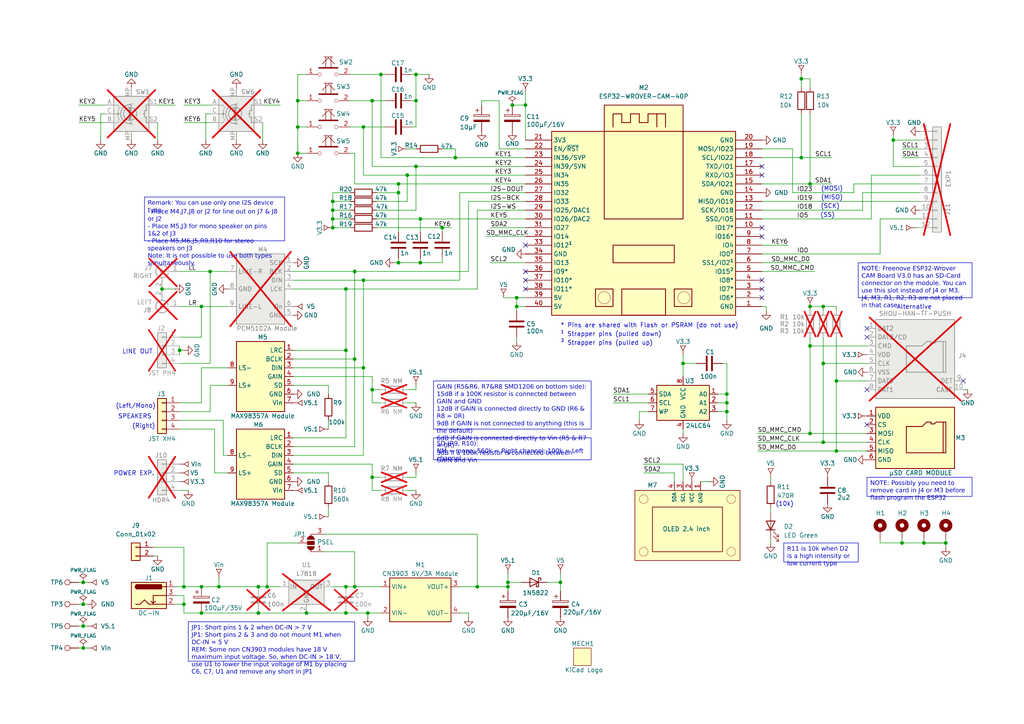
<source format=kicad_sch>
(kicad_sch (version 20231120) (generator "eeschema") (generator_version "8.0")
  (paper "A4")
  (title_block (title "ESP32 Music Player") (date "2024-08-30") (rev "v1.0"))
  (lib_symbols
    (symbol "!Gloeidraad:24V" (power) (pin_names (offset 0))
      (property "Value" "24V" (at 0 3.556 0))
      (symbol "24V_1_1"
        (pin power_in line (at 0 0 180) (length 0) hide (name "V24") (number "1"))
      )
    )
    (symbol "!Gloeidraad:3V3" (power) (pin_names (offset 0))
      (property "Value" "3V3" (at 0 3.556 0))
      (symbol "3V3_1_1"
        (pin power_in line (at 0 0 180) (length 0) hide (name "V3.3") (number "1"))
      )
    )
    (symbol "!Gloeidraad:5V" (power) (pin_names (offset 0))
      (property "Value" "5V" (at 0 3.556 0))
      (symbol "5V_1_1"
        (pin power_in line (at 0 0 180) (length 0) hide (name "V5") (number "1"))
      )
    )
    (symbol "!Gloeidraad:5V1" (power) (pin_names (offset 0))
      (property "Value" "5V1" (at 0 3.556 0))
      (symbol "5V1_1_1"
        (pin power_in line (at 0 0 180) (length 0) hide (name "V5.1") (number "1"))
      )
    )
    (symbol "!Gloeidraad:ESP32-WROVER-CAM-40P"
      (property "Reference" "M" (at 3.048 -4.064 0))
      (property "Value" "ESP32-WROVER-CAM-40P" (at 25.273 -50.3936 0))
      (symbol "ESP32-WROVER-CAM-40P_1_0"
        (pin power_in line (at 60.96 -58.42 180) (length 7.62) (name "GND") (number "1"))
        (pin passive line (at 60.96 -35.56 180) (length 7.62) (name "IO17*") (number "10"))
        (pin passive line (at 60.96 -33.02 180) (length 7.62) (name "SS0/IO5") (number "11"))
        (pin passive line (at 60.96 -30.48 180) (length 7.62) (name "SCK/IO18") (number "12"))
        (pin passive line (at 60.96 -27.94 180) (length 7.62) (name "MISO/IO19") (number "13"))
        (pin power_in line (at 60.96 -25.4 180) (length 7.62) (name "GND") (number "14"))
        (pin passive line (at 60.96 -22.86 180) (length 7.62) (name "SDA/IO21") (number "15"))
        (pin passive line (at 60.96 -20.32 180) (length 7.62) (name "RXD/IO3") (number "16"))
        (pin passive line (at 60.96 -17.78 180) (length 7.62) (name "TXD/IO1") (number "17"))
        (pin passive line (at 60.96 -15.24 180) (length 7.62) (name "SCL/IO22") (number "18"))
        (pin passive line (at 60.96 -12.7 180) (length 7.62) (name "MOSI/IO23") (number "19"))
        (pin passive line (at 60.96 -55.88 180) (length 7.62) (name "IO6*") (number "2"))
        (pin power_in line (at 60.96 -10.16 180) (length 7.62) (name "GND") (number "20"))
        (pin power_in line (at -7.62 -10.16 0) (length 7.62) (name "3V3") (number "21"))
        (pin passive line (at -7.62 -12.7 0) (length 7.62) (name "EN/~{RST}") (number "22"))
        (pin passive line (at -7.62 -15.24 0) (length 7.62) (name "IN36/SVP") (number "23"))
        (pin passive line (at -7.62 -17.78 0) (length 7.62) (name "IN39/SVN") (number "24"))
        (pin passive line (at -7.62 -20.32 0) (length 7.62) (name "IN34") (number "25"))
        (pin passive line (at -7.62 -22.86 0) (length 7.62) (name "IN35") (number "26"))
        (pin passive line (at -7.62 -25.4 0) (length 7.62) (name "IO32") (number "27"))
        (pin passive line (at -7.62 -27.94 0) (length 7.62) (name "IO33") (number "28"))
        (pin passive line (at -7.62 -30.48 0) (length 7.62) (name "IO25/DAC1") (number "29"))
        (pin passive line (at 60.96 -53.34 180) (length 7.62) (name "IO7*") (number "3"))
        (pin passive line (at -7.62 -33.02 0) (length 7.62) (name "IO26/DAC2") (number "30"))
        (pin passive line (at -7.62 -35.56 0) (length 7.62) (name "IO27") (number "31"))
        (pin passive line (at -7.62 -38.1 0) (length 7.62) (name "IO14") (number "32"))
        (pin passive line (at -7.62 -40.64 0) (length 7.62) (name "IO12¹") (number "33"))
        (pin power_in line (at -7.62 -43.18 0) (length 7.62) (name "GND") (number "34"))
        (pin passive line (at -7.62 -45.72 0) (length 7.62) (name "IO13") (number "35"))
        (pin passive line (at -7.62 -48.26 0) (length 7.62) (name "IO9*") (number "36"))
        (pin passive line (at -7.62 -50.8 0) (length 7.62) (name "IO10*") (number "37"))
        (pin passive line (at -7.62 -53.34 0) (length 7.62) (name "IO11*") (number "38"))
        (pin power_in line (at -7.62 -55.88 0) (length 7.62) (name "5V") (number "39"))
        (pin passive line (at 60.96 -50.8 180) (length 7.62) (name "IO8*") (number "4"))
        (pin power_in line (at -7.62 -58.42 0) (length 7.62) (name "5V") (number "40"))
        (pin passive line (at 60.96 -48.26 180) (length 7.62) (name "IO15²") (number "5"))
        (pin passive line (at 60.96 -45.72 180) (length 7.62) (name "SS1/IO2¹") (number "6"))
        (pin passive line (at 60.96 -43.18 180) (length 7.62) (name "IO0²") (number "7"))
        (pin passive line (at 60.96 -40.64 180) (length 7.62) (name "IO4") (number "8"))
        (pin passive line (at 60.96 -38.1 180) (length 7.62) (name "IO16*") (number "9"))
      )
    )
    (symbol "!Gloeidraad:MICRO-MMC-SD-SOCKET"
      (property "Reference" "J" (at -0.762 10.668 0))
      (property "Value" "µSD CARD SOCKET" (at -8.89 -14.986 0))
      (symbol "MICRO-MMC-SD-SOCKET_1_0"
        (pin passive line (at -13.97 7.62 0) (length 2.54) (name "DAT2") (number "1"))
        (pin passive line (at 13.97 -10.16 180) (length 2.54) (name "CASE") (number "10"))
        (pin passive line (at -13.97 5.08 0) (length 2.54) (name "DAT3/CD") (number "2"))
        (pin passive line (at -13.97 2.54 0) (length 2.54) (name "CMD") (number "3"))
        (pin power_in line (at -13.97 0 0) (length 2.54) (name "VDD") (number "4"))
        (pin passive line (at -13.97 -2.54 0) (length 2.54) (name "CLK") (number "5"))
        (pin power_in line (at -13.97 -5.08 0) (length 2.54) (name "VSS") (number "6"))
        (pin passive line (at -13.97 -7.62 0) (length 2.54) (name "DAT0") (number "7"))
        (pin passive line (at -13.97 -10.16 0) (length 2.54) (name "DAT1") (number "8"))
        (pin passive line (at 13.97 -7.62 180) (length 2.54) (name "DET") (number "9"))
      )
    )
    (symbol "!Gloeidraad:MOD-DCDC-CN3903"
      (property "Reference" "M6" (at -8.89 6.35 0))
      (property "Value" "CN3903 5V/3A Module" (at -8.89 -8.89 0))
      (symbol "MOD-DCDC-CN3903_1_0"
        (pin passive line (at -11.43 3.81 0) (length 2.54) (name "VIN+") (number "1"))
        (pin passive line (at -11.43 -3.81 0) (length 2.54) (name "VIN-") (number "2"))
        (pin passive line (at 11.43 3.81 180) (length 2.54) (name "VOUT+") (number "3"))
        (pin passive line (at 11.43 -3.81 180) (length 2.54) (name "VOUT-") (number "4"))
      )
    )
    (symbol "!Gloeidraad:MOD-MAX98357A"
      (property "Reference" "M" (at -11.43 11.43 0))
      (property "Value" "MAX98357A Module" (at -11.43 -12.7 0))
      (symbol "MOD-MAX98357A_1_0"
        (pin passive line (at -13.97 7.62 0) (length 2.54) (name "LRC") (number "1"))
        (pin passive line (at -13.97 5.08 0) (length 2.54) (name "BCLK") (number "2"))
        (pin passive line (at -13.97 2.54 0) (length 2.54) (name "DIN") (number "3"))
        (pin passive line (at -13.97 0 0) (length 2.54) (name "GAIN") (number "4"))
        (pin passive line (at -13.97 -2.54 0) (length 2.54) (name "SD") (number "5"))
        (pin power_in line (at -13.97 -5.08 0) (length 2.54) (name "GND") (number "6"))
        (pin power_in line (at -13.97 -7.62 0) (length 2.54) (name "Vin") (number "7"))
        (pin passive line (at 5.08 2.54 180) (length 2.54) (name "LS-") (number "8"))
        (pin passive line (at 5.08 -2.54 180) (length 2.54) (name "LS+") (number "9"))
      )
    )
    (symbol "!Gloeidraad:MOD-MICRO-SD-CARD"
      (property "Reference" "M" (at -11.43 8.89 0))
      (property "Value" "µSD CARD MODULE" (at -11.43 -11.43 0))
      (symbol "MOD-MICRO-SD-CARD_1_0"
        (pin power_in line (at -13.97 6.35 0) (length 2.54) (name "VDD") (number "1"))
        (pin passive line (at -13.97 3.81 0) (length 2.54) (name "CS") (number "2"))
        (pin passive line (at -13.97 1.27 0) (length 2.54) (name "MOSI") (number "3"))
        (pin passive line (at -13.97 -1.27 0) (length 2.54) (name "CLK") (number "4"))
        (pin passive line (at -13.97 -3.81 0) (length 2.54) (name "MISO") (number "5"))
        (pin power_in line (at -13.97 -6.35 0) (length 2.54) (name "GND") (number "6"))
      )
    )
    (symbol "!Gloeidraad:MOD-OLED-70X48MM-TOP"
      (property "Reference" "M" (at -9.398 11.176 0))
      (property "Value" "MOD-OLED-27X27MM-4P" (at 0 0 0))
      (symbol "MOD-OLED-70X48MM-TOP_1_0"
        (pin passive line (at -3.81 -12.7 90) (length 2.54) (name "GND") (number "1"))
        (pin passive line (at -1.27 -12.7 90) (length 2.54) (name "VCC") (number "2"))
        (pin passive line (at 1.27 -12.7 90) (length 2.54) (name "SCL") (number "3"))
        (pin passive line (at 3.81 -12.7 90) (length 2.54) (name "SDA") (number "4"))
      )
    )
    (symbol "!Gloeidraad:MOD-TCM5102A"
      (property "Reference" "M" (at -6.35 10.16 0))
      (property "Value" "PCM5102A Module" (at -6.35 -12.7 0))
      (symbol "MOD-TCM5102A_1_0"
        (pin passive line (at -8.89 7.62 0) (length 2.54) (name "SCK") (number "1"))
        (pin passive line (at -8.89 5.08 0) (length 2.54) (name "BCK") (number "2"))
        (pin passive line (at -8.89 2.54 0) (length 2.54) (name "DIN") (number "3"))
        (pin passive line (at -8.89 0 0) (length 2.54) (name "LCK") (number "4"))
        (pin power_in line (at -8.89 -7.62 0) (length 2.54) (name "GND") (number "5"))
        (pin power_in line (at -8.89 -5.08 0) (length 2.54) (name "Vin") (number "6"))
        (pin passive line (at 10.16 5.08 180) (length 2.54) (name "LINE-R") (number "7"))
        (pin power_in line (at 10.16 0 180) (length 2.54) (name "GND") (number "8"))
        (pin passive line (at 10.16 -5.08 180) (length 2.54) (name "LINE-L") (number "9"))
      )
    )
    (symbol "!Gloeidraad:Mechanical" (pin_numbers hide) (pin_names (offset 0) hide)
      (property "Reference" "MECH" (at 0 3.81 0))
      (property "Value" "Mechanical Part" (at 0 -3.81 0))
    )
    (symbol "!Gloeidraad:RotaryEncoder_Switch" (pin_names (offset 0.254) hide)
      (property "Reference" "SW1" (at 2.6417 6.35 0))
      (symbol "RotaryEncoder_Switch_1_1"
        (pin passive line (at -7.62 2.54 0) (length 2.54) (name "A") (number "A"))
        (pin passive line (at -7.62 -2.54 0) (length 2.54) (name "B") (number "B"))
        (pin passive line (at -7.62 0 0) (length 2.54) (name "C") (number "C"))
        (pin input line (at 0 -7.62 90) (length 2.54) (name "MP") (number "MP"))
        (pin input line (at 0 7.62 270) (length 2.54) (name "MP") (number "MP"))
        (pin passive line (at 7.62 2.54 180) (length 2.54) (name "S1") (number "S1"))
        (pin passive line (at 7.62 -2.54 180) (length 2.54) (name "S2") (number "S2"))
      )
    )
    (symbol "!Gloeidraad:SW_PUSHBUTTON_4P"
      (property "Reference" "SW" (at 0 3.556 0))
      (property "Value" "SW-PUSHBUT-6X6-V" (at 3.81 5.334 0))
      (symbol "SW_PUSHBUTTON_4P_1_0"
        (pin passive line (at 6.35 -2.54 180) (length 2.54) (name "1") (number "1"))
        (pin passive line (at -6.35 -2.54 0) (length 2.54) (name "2") (number "2"))
      )
    )
    (symbol "!Gloeidraad:SolderJumper_3_B_" (pin_names (offset 0) hide)
      (property "Reference" "JP1" (at 4.064 0 90))
      (symbol "SolderJumper_3_B__1_1"
        (pin passive line (at -2.54 3.81 270) (length 2.54) (name "A") (number "1"))
        (pin passive line (at 0 -3.81 90) (length 2.54) (name "C") (number "2"))
        (pin passive line (at 2.54 3.81 270) (length 2.54) (name "B") (number "3"))
      )
    )
    (symbol "Connector:Barrel_Jack_Switch" (pin_names hide)
      (property "Reference" "J" (at 0 5.334 0))
      (property "Value" "Barrel_Jack_Switch" (at 0 -5.08 0))
      (symbol "Barrel_Jack_Switch_1_1"
        (pin passive line (at 7.62 2.54 180) (length 2.54) (name "~") (number "1"))
        (pin passive line (at 7.62 -2.54 180) (length 2.54) (name "~") (number "2"))
        (pin passive line (at 7.62 0 180) (length 2.54) (name "~") (number "3"))
      )
    )
    (symbol "Connector:Conn_Coaxial" (pin_names (offset 1.016) hide)
      (property "Reference" "J" (at 0.254 3.048 0))
      (property "Value" "Conn_Coaxial" (at 2.921 0 90))
      (symbol "Conn_Coaxial_1_1"
        (pin passive line (at -5.08 0 0) (length 2.54) (name "In") (number "1"))
        (pin passive line (at 0 -5.08 90) (length 2.54) (name "Ext") (number "2"))
      )
    )
    (symbol "Connector:TestPoint" (pin_numbers hide) (pin_names (offset 0.762) hide)
      (property "Reference" "TP" (at 0 6.858 0))
      (property "Value" "TestPoint" (at 0 5.08 0))
      (symbol "TestPoint_1_1"
        (pin passive line (at 0 0 90) (length 2.54) (name "1") (number "1"))
      )
    )
    (symbol "Connector_Generic:Conn_01x02" (pin_names (offset 1.016) hide)
      (property "Reference" "J" (at 0 2.54 0))
      (property "Value" "Conn_01x02" (at 0 -5.08 0))
      (symbol "Conn_01x02_1_1"
        (pin passive line (at -5.08 0 0) (length 3.81) (name "Pin_1") (number "1"))
        (pin passive line (at -5.08 -2.54 0) (length 3.81) (name "Pin_2") (number "2"))
      )
    )
    (symbol "Connector_Generic:Conn_01x04" (pin_names (offset 1.016) hide)
      (property "Reference" "J" (at 0 5.08 0))
      (property "Value" "Conn_01x04" (at 0 -7.62 0))
      (symbol "Conn_01x04_1_1"
        (pin passive line (at -5.08 2.54 0) (length 3.81) (name "Pin_1") (number "1"))
        (pin passive line (at -5.08 0 0) (length 3.81) (name "Pin_2") (number "2"))
        (pin passive line (at -5.08 -2.54 0) (length 3.81) (name "Pin_3") (number "3"))
        (pin passive line (at -5.08 -5.08 0) (length 3.81) (name "Pin_4") (number "4"))
      )
    )
    (symbol "Connector_Generic:Conn_01x12" (pin_names (offset 1.016) hide)
      (property "Reference" "J" (at 0 15.24 0))
      (property "Value" "Conn_01x12" (at 0 -17.78 0))
      (symbol "Conn_01x12_1_1"
        (pin passive line (at -5.08 12.7 0) (length 3.81) (name "Pin_1") (number "1"))
        (pin passive line (at -5.08 -10.16 0) (length 3.81) (name "Pin_10") (number "10"))
        (pin passive line (at -5.08 -12.7 0) (length 3.81) (name "Pin_11") (number "11"))
        (pin passive line (at -5.08 -15.24 0) (length 3.81) (name "Pin_12") (number "12"))
        (pin passive line (at -5.08 10.16 0) (length 3.81) (name "Pin_2") (number "2"))
        (pin passive line (at -5.08 7.62 0) (length 3.81) (name "Pin_3") (number "3"))
        (pin passive line (at -5.08 5.08 0) (length 3.81) (name "Pin_4") (number "4"))
        (pin passive line (at -5.08 2.54 0) (length 3.81) (name "Pin_5") (number "5"))
        (pin passive line (at -5.08 0 0) (length 3.81) (name "Pin_6") (number "6"))
        (pin passive line (at -5.08 -2.54 0) (length 3.81) (name "Pin_7") (number "7"))
        (pin passive line (at -5.08 -5.08 0) (length 3.81) (name "Pin_8") (number "8"))
        (pin passive line (at -5.08 -7.62 0) (length 3.81) (name "Pin_9") (number "9"))
      )
    )
    (symbol "Device:C" (pin_numbers hide) (pin_names (offset 0.254))
      (property "Reference" "C" (at 0.635 2.54 0))
      (property "Value" "C" (at 0.635 -2.54 0))
      (symbol "C_1_1"
        (pin passive line (at 0 3.81 270) (length 2.794) (name "~") (number "1"))
        (pin passive line (at 0 -3.81 90) (length 2.794) (name "~") (number "2"))
      )
    )
    (symbol "Device:C_Polarized" (pin_numbers hide) (pin_names (offset 0.254))
      (property "Reference" "C" (at 0.635 2.54 0))
      (property "Value" "C_Polarized" (at 0.635 -2.54 0))
      (symbol "C_Polarized_1_1"
        (pin passive line (at 0 3.81 270) (length 2.794) (name "~") (number "1"))
        (pin passive line (at 0 -3.81 90) (length 2.794) (name "~") (number "2"))
      )
    )
    (symbol "Device:LED" (pin_numbers hide) (pin_names (offset 1.016) hide)
      (property "Reference" "D" (at 0 2.54 0))
      (property "Value" "LED" (at 0 -2.54 0))
      (symbol "LED_1_1"
        (pin passive line (at -3.81 0 0) (length 2.54) (name "K") (number "1"))
        (pin passive line (at 3.81 0 180) (length 2.54) (name "A") (number "2"))
      )
    )
    (symbol "Device:R" (pin_numbers hide) (pin_names (offset 0))
      (property "Reference" "R" (at 2.032 0 90))
      (property "Value" "R" (at 0 0 90))
      (symbol "R_1_1"
        (pin passive line (at 0 3.81 270) (length 1.27) (name "~") (number "1"))
        (pin passive line (at 0 -3.81 90) (length 1.27) (name "~") (number "2"))
      )
    )
    (symbol "Diode:1N5712UR" (pin_numbers hide) (pin_names (offset 1.016) hide)
      (property "Reference" "D" (at 0 2.54 0))
      (property "Value" "1N5712UR" (at 0 -2.54 0))
      (symbol "1N5712UR_1_1"
        (pin passive line (at -3.81 0 0) (length 2.54) (name "K") (number "1"))
        (pin passive line (at 3.81 0 180) (length 2.54) (name "A") (number "2"))
      )
    )
    (symbol "Mechanical:MountingHole_Pad" (pin_numbers hide) (pin_names (offset 1.016) hide)
      (property "Reference" "H" (at 0 6.35 0))
      (property "Value" "MountingHole_Pad" (at 0 4.445 0))
      (symbol "MountingHole_Pad_1_1"
        (pin input line (at 0 -2.54 90) (length 2.54) (name "1") (number "1"))
      )
    )
    (symbol "Memory_EEPROM:24LC64"
      (property "Reference" "U" (at -6.35 6.35 0))
      (property "Value" "24LC64" (at 1.27 6.35 0))
      (symbol "24LC64_1_1"
        (pin input line (at -10.16 2.54 0) (length 2.54) (name "A0") (number "1"))
        (pin input line (at -10.16 0 0) (length 2.54) (name "A1") (number "2"))
        (pin input line (at -10.16 -2.54 0) (length 2.54) (name "A2") (number "3"))
        (pin power_in line (at 0 -7.62 90) (length 2.54) (name "GND") (number "4"))
        (pin bidirectional line (at 10.16 2.54 180) (length 2.54) (name "SDA") (number "5"))
        (pin input line (at 10.16 0 180) (length 2.54) (name "SCL") (number "6"))
        (pin input line (at 10.16 -2.54 180) (length 2.54) (name "WP") (number "7"))
        (pin power_in line (at 0 7.62 270) (length 2.54) (name "VCC") (number "8"))
      )
    )
    (symbol "Regulator_Linear:L7818" (pin_names (offset 0.254))
      (property "Reference" "U" (at -3.81 3.175 0))
      (property "Value" "L7818" (at 0 3.175 0))
      (symbol "L7818_1_1"
        (pin power_in line (at -7.62 0 0) (length 2.54) (name "IN") (number "1"))
        (pin power_in line (at 0 -7.62 90) (length 2.54) (name "GND") (number "2"))
        (pin power_out line (at 7.62 0 180) (length 2.54) (name "OUT") (number "3"))
      )
    )
    (symbol "power:GND" (power) (pin_numbers hide) (pin_names (offset 0) hide)
      (property "Value" "GND" (at 0 -3.81 0))
      (symbol "GND_1_1"
        (pin power_in line (at 0 0 270) (length 0) (name "~") (number "1"))
      )
    )
    (symbol "power:PWR_FLAG" (power) (pin_numbers hide) (pin_names (offset 0) hide)
      (property "Value" "PWR_FLAG" (at 0 3.81 0))
      (symbol "PWR_FLAG_0_0"
        (pin power_out line (at 0 0 90) (length 0) (name "~") (number "1"))
      )
    )
  )
  (junction (at 138.43 170.18))
  (junction (at 105.41 36.83))
  (junction (at 232.41 45.72))
  (junction (at 77.47 170.18))
  (junction (at 110.49 21.59))
  (junction (at 118.11 50.8))
  (junction (at 96.52 58.42))
  (junction (at 234.95 125.73))
  (junction (at 149.86 86.36))
  (junction (at 147.32 168.91))
  (junction (at 107.95 138.43))
  (junction (at 96.52 66.04))
  (junction (at 148.59 30.48))
  (junction (at 210.82 116.84))
  (junction (at 210.82 114.3))
  (junction (at 152.4 30.48))
  (junction (at 60.96 78.74))
  (junction (at 96.52 60.96))
  (junction (at 128.27 66.04))
  (junction (at 86.36 29.21))
  (junction (at 234.95 88.9))
  (junction (at 24.13 187.96))
  (junction (at 102.87 170.18))
  (junction (at 120.65 29.21))
  (junction (at 53.34 170.18))
  (junction (at 242.57 130.81))
  (junction (at 107.95 29.21))
  (junction (at 198.12 105.41))
  (junction (at 46.99 83.82))
  (junction (at 121.92 63.5))
  (junction (at 147.32 170.18))
  (junction (at 132.08 45.72))
  (junction (at 274.32 157.48))
  (junction (at 24.13 175.26))
  (junction (at 242.57 110.49))
  (junction (at 58.42 88.9))
  (junction (at 105.41 81.28))
  (junction (at 86.36 36.83))
  (junction (at 102.87 104.14))
  (junction (at 149.86 88.9))
  (junction (at 52.07 101.6))
  (junction (at 107.95 113.03))
  (junction (at 210.82 119.38))
  (junction (at 238.76 88.9))
  (junction (at 234.95 100.33))
  (junction (at 259.08 40.64))
  (junction (at 115.57 76.2))
  (junction (at 121.92 76.2))
  (junction (at 24.13 181.61))
  (junction (at 74.93 170.18))
  (junction (at 100.33 170.18))
  (junction (at 120.65 21.59))
  (junction (at 234.95 53.34))
  (junction (at 100.33 101.6))
  (junction (at 88.9 177.8))
  (junction (at 100.33 177.8))
  (junction (at 53.34 175.26))
  (junction (at 106.68 177.8))
  (junction (at 261.62 157.48))
  (junction (at 102.87 78.74))
  (junction (at 238.76 105.41))
  (junction (at 100.33 83.82))
  (junction (at 58.42 170.18))
  (junction (at 162.56 168.91))
  (junction (at 86.36 44.45))
  (junction (at 96.52 63.5))
  (junction (at 63.5 170.18))
  (junction (at 115.57 55.88))
  (junction (at 232.41 22.86))
  (junction (at 74.93 177.8))
  (junction (at 58.42 177.8))
  (junction (at 24.13 168.91))
  (junction (at 238.76 128.27))
  (junction (at 105.41 106.68))
  (junction (at 115.57 53.34))
  (junction (at 267.97 157.48))
  (junction (at 120.65 48.26))
  (no_connect (at 220.98 48.26))
  (no_connect (at 251.46 123.19))
  (no_connect (at 152.4 81.28))
  (no_connect (at 279.4 110.49))
  (no_connect (at 220.98 68.58))
  (no_connect (at 251.46 95.25))
  (no_connect (at 220.98 50.8))
  (no_connect (at 152.4 78.74))
  (no_connect (at 220.98 86.36))
  (no_connect (at 251.46 97.79))
  (no_connect (at 152.4 71.12))
  (no_connect (at 152.4 83.82))
  (no_connect (at 220.98 83.82))
  (no_connect (at 220.98 66.04))
  (no_connect (at 220.98 81.28))
  (no_connect (at 251.46 113.03))
  (wire (pts (xy 46.99 83.82) (xy 50.8 83.82)))
  (wire (pts (xy 53.34 35.56) (xy 60.96 35.56)))
  (wire (pts (xy 220.98 76.2) (xy 234.95 76.2)))
  (wire (pts (xy 110.49 45.72) (xy 110.49 21.59)))
  (wire (pts (xy 107.95 134.62) (xy 107.95 138.43)))
  (wire (pts (xy 147.32 171.45) (xy 147.32 170.18)))
  (wire (pts (xy 64.77 121.92) (xy 64.77 132.08)))
  (wire (pts (xy 198.12 105.41) (xy 198.12 102.87)) (stroke (width 0.15)))
  (wire (pts (xy 86.36 157.48) (xy 77.47 157.48)))
  (wire (pts (xy 100.33 170.18) (xy 96.52 170.18)))
  (wire (pts (xy 109.22 60.96) (xy 120.65 60.96)))
  (wire (pts (xy 100.33 127) (xy 100.33 101.6)))
  (wire (pts (xy 85.09 134.62) (xy 107.95 134.62)))
  (wire (pts (xy 107.95 29.21) (xy 111.76 29.21)))
  (wire (pts (xy 52.07 88.9) (xy 58.42 88.9)))
  (wire (pts (xy 58.42 177.8) (xy 74.93 177.8)))
  (wire (pts (xy 232.41 33.02) (xy 232.41 45.72)))
  (wire (pts (xy 135.89 177.8) (xy 133.35 177.8)))
  (wire (pts (xy 44.45 158.75) (xy 53.34 158.75)))
  (wire (pts (xy 234.95 88.9) (xy 234.95 90.17)))
  (wire (pts (xy 203.2 139.7) (xy 205.74 139.7)))
  (wire (pts (xy 95.25 124.46) (xy 95.25 121.92)))
  (wire (pts (xy 85.09 129.54) (xy 102.87 129.54)))
  (wire (pts (xy 86.36 44.45) (xy 88.9 44.45)))
  (wire (pts (xy 132.08 45.72) (xy 152.4 45.72)))
  (wire (pts (xy 64.77 132.08) (xy 66.04 132.08)))
  (wire (pts (xy 45.72 161.29) (xy 44.45 161.29)))
  (wire (pts (xy 138.43 170.18) (xy 133.35 170.18)))
  (wire (pts (xy 54.61 142.24) (xy 52.07 142.24)))
  (wire (pts (xy 107.95 113.03) (xy 107.95 109.22)))
  (wire (pts (xy 96.52 58.42) (xy 96.52 60.96)))
  (wire (pts (xy 144.78 43.18) (xy 144.78 29.21)))
  (wire (pts (xy 133.35 55.88) (xy 152.4 55.88)))
  (wire (pts (xy 261.62 156.21) (xy 261.62 157.48)) (stroke (width 0.15)))
  (wire (pts (xy 22.86 35.56) (xy 30.48 35.56)))
  (wire (pts (xy 135.89 58.42) (xy 135.89 78.74)))
  (wire (pts (xy 267.97 157.48) (xy 274.32 157.48)))
  (wire (pts (xy 74.93 170.18) (xy 77.47 170.18)))
  (wire (pts (xy 162.56 171.45) (xy 162.56 168.91)))
  (wire (pts (xy 220.98 71.12) (xy 228.6 71.12)))
  (wire (pts (xy 102.87 44.45) (xy 101.6 44.45)))
  (wire (pts (xy 238.76 88.9) (xy 234.95 88.9)))
  (wire (pts (xy 102.87 160.02) (xy 102.87 170.18)))
  (wire (pts (xy 219.71 128.27) (xy 238.76 128.27)))
  (wire (pts (xy 52.07 101.6) (xy 52.07 100.33)))
  (wire (pts (xy 234.95 100.33) (xy 234.95 125.73)))
  (wire (pts (xy 222.25 90.17) (xy 222.25 88.9)))
  (wire (pts (xy 118.11 113.03) (xy 120.65 113.03)))
  (wire (pts (xy 120.65 116.84) (xy 118.11 116.84)))
  (wire (pts (xy 110.49 21.59) (xy 111.76 21.59)))
  (wire (pts (xy 242.57 97.79) (xy 242.57 110.49)))
  (wire (pts (xy 120.65 113.03) (xy 120.65 111.76)))
  (wire (pts (xy 210.82 114.3) (xy 208.28 114.3)) (stroke (width 0.15)))
  (wire (pts (xy 22.86 181.61) (xy 24.13 181.61)))
  (wire (pts (xy 115.57 53.34) (xy 152.4 53.34)))
  (wire (pts (xy 62.23 137.16) (xy 66.04 137.16)))
  (wire (pts (xy 60.96 111.76) (xy 60.96 119.38)))
  (wire (pts (xy 22.86 187.96) (xy 24.13 187.96)))
  (wire (pts (xy 219.71 125.73) (xy 234.95 125.73)))
  (wire (pts (xy 110.49 138.43) (xy 107.95 138.43)))
  (wire (pts (xy 107.95 48.26) (xy 120.65 48.26)))
  (wire (pts (xy 242.57 90.17) (xy 242.57 88.9)))
  (wire (pts (xy 100.33 170.18) (xy 102.87 170.18)))
  (wire (pts (xy 85.09 81.28) (xy 105.41 81.28)))
  (wire (pts (xy 95.25 149.86) (xy 95.25 147.32)))
  (wire (pts (xy 59.69 33.02) (xy 60.96 33.02)))
  (wire (pts (xy 96.52 66.04) (xy 96.52 63.5)))
  (wire (pts (xy 120.65 142.24) (xy 118.11 142.24)))
  (wire (pts (xy 265.43 66.04) (xy 266.7 66.04)))
  (wire (pts (xy 107.95 142.24) (xy 110.49 142.24)))
  (wire (pts (xy 198.12 109.22) (xy 198.12 106.68)))
  (wire (pts (xy 142.24 76.2) (xy 152.4 76.2)) (stroke (width 0.15)))
  (wire (pts (xy 62.23 124.46) (xy 62.23 137.16)))
  (wire (pts (xy 96.52 58.42) (xy 96.52 55.88)))
  (wire (pts (xy 147.32 166.37) (xy 147.32 168.91)))
  (wire (pts (xy 121.92 74.93) (xy 121.92 76.2)))
  (wire (pts (xy 86.36 36.83) (xy 88.9 36.83)))
  (wire (pts (xy 24.13 181.61) (xy 25.4 181.61)))
  (wire (pts (xy 148.59 30.48) (xy 152.4 30.48)))
  (wire (pts (xy 259.08 40.64) (xy 266.7 40.64)))
  (wire (pts (xy 115.57 55.88) (xy 115.57 53.34)))
  (wire (pts (xy 187.96 114.3) (xy 177.8 114.3)) (stroke (width 0.15)))
  (wire (pts (xy 198.12 106.68) (xy 198.12 105.41)) (stroke (width 0.15)))
  (wire (pts (xy 247.65 53.34) (xy 266.7 53.34)))
  (wire (pts (xy 105.41 36.83) (xy 111.76 36.83)))
  (wire (pts (xy 149.86 66.04) (xy 142.24 66.04)) (stroke (width 0.15)))
  (wire (pts (xy 58.42 170.18) (xy 63.5 170.18)))
  (wire (pts (xy 238.76 105.41) (xy 251.46 105.41)))
  (wire (pts (xy 52.07 124.46) (xy 62.23 124.46)))
  (wire (pts (xy 95.25 137.16) (xy 85.09 137.16)))
  (wire (pts (xy 121.92 63.5) (xy 152.4 63.5)))
  (wire (pts (xy 152.4 43.18) (xy 144.78 43.18)))
  (wire (pts (xy 147.32 170.18) (xy 147.32 168.91)))
  (wire (pts (xy 158.75 168.91) (xy 162.56 168.91)))
  (wire (pts (xy 24.13 187.96) (xy 25.4 187.96)))
  (wire (pts (xy 110.49 113.03) (xy 107.95 113.03)))
  (wire (pts (xy 119.38 29.21) (xy 120.65 29.21)))
  (wire (pts (xy 52.07 121.92) (xy 64.77 121.92)))
  (wire (pts (xy 102.87 170.18) (xy 110.49 170.18)))
  (wire (pts (xy 261.62 157.48) (xy 267.97 157.48)) (stroke (width 0.15)))
  (wire (pts (xy 85.09 101.6) (xy 100.33 101.6)))
  (wire (pts (xy 128.27 74.93) (xy 128.27 76.2)))
  (wire (pts (xy 152.4 66.04) (xy 149.86 66.04)))
  (wire (pts (xy 223.52 138.43) (xy 223.52 139.7)))
  (wire (pts (xy 63.5 170.18) (xy 74.93 170.18)))
  (wire (pts (xy 107.95 138.43) (xy 107.95 142.24)))
  (wire (pts (xy 102.87 129.54) (xy 102.87 104.14)))
  (wire (pts (xy 114.3 76.2) (xy 115.57 76.2)))
  (wire (pts (xy 106.68 179.07) (xy 106.68 177.8)))
  (wire (pts (xy 220.98 43.18) (xy 229.87 43.18)))
  (wire (pts (xy 234.95 125.73) (xy 251.46 125.73)))
  (wire (pts (xy 238.76 128.27) (xy 251.46 128.27)))
  (wire (pts (xy 85.09 83.82) (xy 100.33 83.82)))
  (wire (pts (xy 102.87 104.14) (xy 85.09 104.14)))
  (wire (pts (xy 105.41 36.83) (xy 105.41 50.8)))
  (wire (pts (xy 198.12 105.41) (xy 201.93 105.41)) (stroke (width 0.15)))
  (wire (pts (xy 58.42 106.68) (xy 66.04 106.68)))
  (wire (pts (xy 120.65 21.59) (xy 120.65 29.21)))
  (wire (pts (xy 186.69 134.62) (xy 198.12 134.62)))
  (wire (pts (xy 53.34 175.26) (xy 53.34 177.8)))
  (wire (pts (xy 115.57 76.2) (xy 121.92 76.2)))
  (wire (pts (xy 234.95 22.86) (xy 232.41 22.86)))
  (wire (pts (xy 102.87 78.74) (xy 102.87 104.14)))
  (wire (pts (xy 105.41 106.68) (xy 105.41 132.08)))
  (wire (pts (xy 149.86 97.79) (xy 149.86 99.06)))
  (wire (pts (xy 198.12 124.46) (xy 198.12 125.73)))
  (wire (pts (xy 185.42 121.92) (xy 185.42 119.38)) (stroke (width 0.15)))
  (wire (pts (xy 242.57 110.49) (xy 251.46 110.49)))
  (wire (pts (xy 24.13 175.26) (xy 25.4 175.26)))
  (wire (pts (xy 133.35 81.28) (xy 133.35 55.88)))
  (wire (pts (xy 238.76 88.9) (xy 238.76 90.17)))
  (wire (pts (xy 223.52 157.48) (xy 223.52 156.21)))
  (wire (pts (xy 107.95 113.03) (xy 107.95 116.84)))
  (wire (pts (xy 259.08 39.37) (xy 259.08 40.64)))
  (wire (pts (xy 53.34 158.75) (xy 53.34 170.18)))
  (wire (pts (xy 234.95 97.79) (xy 234.95 100.33)))
  (wire (pts (xy 242.57 88.9) (xy 238.76 88.9)))
  (wire (pts (xy 58.42 116.84) (xy 58.42 106.68)))
  (wire (pts (xy 53.34 177.8) (xy 58.42 177.8)))
  (wire (pts (xy 96.52 60.96) (xy 101.6 60.96)))
  (wire (pts (xy 120.65 48.26) (xy 152.4 48.26)))
  (wire (pts (xy 210.82 119.38) (xy 208.28 119.38)) (stroke (width 0.15)))
  (wire (pts (xy 144.78 29.21) (xy 139.7 29.21)))
  (wire (pts (xy 220.98 45.72) (xy 232.41 45.72)))
  (wire (pts (xy 52.07 116.84) (xy 58.42 116.84)))
  (wire (pts (xy 259.08 48.26) (xy 266.7 48.26)))
  (wire (pts (xy 267.97 157.48) (xy 267.97 156.21)) (stroke (width 0.15)))
  (wire (pts (xy 222.25 88.9) (xy 220.98 88.9)))
  (wire (pts (xy 119.38 36.83) (xy 120.65 36.83)))
  (wire (pts (xy 52.07 101.6) (xy 52.07 102.87)))
  (wire (pts (xy 198.12 139.7) (xy 198.12 134.62)))
  (wire (pts (xy 109.22 63.5) (xy 121.92 63.5)))
  (wire (pts (xy 118.11 50.8) (xy 152.4 50.8)))
  (wire (pts (xy 77.47 170.18) (xy 81.28 170.18)))
  (wire (pts (xy 85.09 127) (xy 100.33 127)))
  (wire (pts (xy 229.87 55.88) (xy 247.65 55.88)))
  (wire (pts (xy 234.95 33.02) (xy 234.95 53.34)))
  (wire (pts (xy 255.27 63.5) (xy 255.27 73.66)))
  (wire (pts (xy 105.41 50.8) (xy 118.11 50.8)))
  (wire (pts (xy 120.65 138.43) (xy 120.65 137.16)))
  (wire (pts (xy 106.68 177.8) (xy 110.49 177.8)))
  (wire (pts (xy 139.7 29.21) (xy 139.7 30.48)))
  (wire (pts (xy 93.98 160.02) (xy 102.87 160.02)))
  (wire (pts (xy 115.57 55.88) (xy 115.57 67.31)))
  (wire (pts (xy 109.22 55.88) (xy 115.57 55.88)))
  (wire (pts (xy 53.34 172.72) (xy 53.34 175.26)))
  (wire (pts (xy 274.32 156.21) (xy 274.32 157.48)) (stroke (width 0.15)))
  (wire (pts (xy 220.98 53.34) (xy 234.95 53.34)))
  (wire (pts (xy 259.08 40.64) (xy 259.08 48.26)))
  (wire (pts (xy 138.43 154.94) (xy 138.43 170.18)))
  (wire (pts (xy 208.28 116.84) (xy 210.82 116.84)) (stroke (width 0.15)))
  (wire (pts (xy 232.41 21.59) (xy 232.41 22.86)))
  (wire (pts (xy 107.95 116.84) (xy 110.49 116.84)))
  (wire (pts (xy 22.86 30.48) (xy 30.48 30.48)))
  (wire (pts (xy 149.86 88.9) (xy 152.4 88.9)))
  (wire (pts (xy 53.34 170.18) (xy 58.42 170.18)))
  (wire (pts (xy 85.09 106.68) (xy 105.41 106.68)))
  (wire (pts (xy 186.69 137.16) (xy 195.58 137.16)))
  (wire (pts (xy 52.07 78.74) (xy 60.96 78.74)))
  (wire (pts (xy 119.38 21.59) (xy 120.65 21.59)))
  (wire (pts (xy 185.42 119.38) (xy 187.96 119.38)) (stroke (width 0.15)))
  (wire (pts (xy 93.98 154.94) (xy 138.43 154.94)))
  (wire (pts (xy 261.62 43.18) (xy 266.7 43.18)))
  (wire (pts (xy 261.62 157.48) (xy 255.27 157.48)) (stroke (width 0.15)))
  (wire (pts (xy 210.82 105.41) (xy 209.55 105.41)) (stroke (width 0.15)))
  (wire (pts (xy 250.19 60.96) (xy 250.19 55.88)))
  (wire (pts (xy 219.71 130.81) (xy 242.57 130.81)))
  (wire (pts (xy 152.4 68.58) (xy 140.97 68.58)))
  (wire (pts (xy 58.42 88.9) (xy 58.42 97.79)))
  (wire (pts (xy 132.08 43.18) (xy 132.08 45.72)))
  (wire (pts (xy 77.47 157.48) (xy 77.47 170.18)))
  (wire (pts (xy 210.82 116.84) (xy 210.82 119.38)) (stroke (width 0.15)))
  (wire (pts (xy 110.49 45.72) (xy 132.08 45.72)))
  (wire (pts (xy 53.34 101.6) (xy 52.07 101.6)))
  (wire (pts (xy 138.43 60.96) (xy 152.4 60.96)))
  (wire (pts (xy 74.93 177.8) (xy 88.9 177.8)))
  (wire (pts (xy 238.76 97.79) (xy 238.76 105.41)))
  (wire (pts (xy 146.05 86.36) (xy 149.86 86.36)))
  (wire (pts (xy 60.96 78.74) (xy 66.04 78.74)))
  (wire (pts (xy 95.25 139.7) (xy 95.25 137.16)))
  (wire (pts (xy 88.9 177.8) (xy 100.33 177.8)))
  (wire (pts (xy 100.33 83.82) (xy 100.33 101.6)))
  (wire (pts (xy 242.57 110.49) (xy 242.57 130.81)))
  (wire (pts (xy 162.56 168.91) (xy 162.56 166.37)))
  (wire (pts (xy 128.27 66.04) (xy 128.27 67.31)))
  (wire (pts (xy 121.92 63.5) (xy 121.92 67.31)))
  (wire (pts (xy 247.65 55.88) (xy 247.65 53.34)))
  (wire (pts (xy 85.09 109.22) (xy 107.95 109.22)))
  (wire (pts (xy 85.09 132.08) (xy 105.41 132.08)))
  (wire (pts (xy 252.73 50.8) (xy 266.7 50.8)))
  (wire (pts (xy 50.8 172.72) (xy 53.34 172.72)))
  (wire (pts (xy 128.27 76.2) (xy 121.92 76.2)))
  (wire (pts (xy 220.98 78.74) (xy 236.22 78.74)))
  (wire (pts (xy 66.04 111.76) (xy 60.96 111.76)))
  (wire (pts (xy 118.11 58.42) (xy 118.11 50.8)))
  (wire (pts (xy 30.48 33.02) (xy 29.21 33.02)))
  (wire (pts (xy 242.57 130.81) (xy 251.46 130.81)))
  (wire (pts (xy 60.96 105.41) (xy 52.07 105.41)))
  (wire (pts (xy 147.32 168.91) (xy 151.13 168.91)))
  (wire (pts (xy 45.72 40.64) (xy 45.72 35.56)))
  (wire (pts (xy 63.5 167.64) (xy 63.5 170.18)))
  (wire (pts (xy 53.34 30.48) (xy 60.96 30.48)))
  (wire (pts (xy 128.27 43.18) (xy 132.08 43.18)))
  (wire (pts (xy 52.07 97.79) (xy 58.42 97.79)))
  (wire (pts (xy 120.65 21.59) (xy 124.46 21.59)))
  (wire (pts (xy 267.97 157.48) (xy 274.32 157.48)) (stroke (width 0.15)))
  (wire (pts (xy 115.57 74.93) (xy 115.57 76.2)))
  (wire (pts (xy 22.86 175.26) (xy 24.13 175.26)))
  (wire (pts (xy 135.89 179.07) (xy 135.89 177.8)))
  (wire (pts (xy 96.52 58.42) (xy 101.6 58.42)))
  (wire (pts (xy 255.27 157.48) (xy 255.27 156.21)) (stroke (width 0.15)))
  (wire (pts (xy 24.13 168.91) (xy 25.4 168.91)))
  (wire (pts (xy 109.22 58.42) (xy 118.11 58.42)))
  (wire (pts (xy 50.8 30.48) (xy 45.72 30.48)))
  (wire (pts (xy 107.95 29.21) (xy 107.95 48.26)))
  (wire (pts (xy 86.36 36.83) (xy 86.36 44.45)))
  (wire (pts (xy 234.95 100.33) (xy 251.46 100.33)))
  (wire (pts (xy 252.73 63.5) (xy 252.73 50.8)))
  (wire (pts (xy 152.4 30.48) (xy 152.4 40.64)))
  (wire (pts (xy 85.09 111.76) (xy 95.25 111.76)))
  (wire (pts (xy 220.98 58.42) (xy 266.7 58.42)))
  (wire (pts (xy 195.58 139.7) (xy 195.58 137.16)))
  (wire (pts (xy 105.41 81.28) (xy 133.35 81.28)))
  (wire (pts (xy 232.41 22.86) (xy 232.41 25.4)))
  (wire (pts (xy 130.81 66.04) (xy 128.27 66.04)))
  (wire (pts (xy 60.96 78.74) (xy 60.96 105.41)))
  (wire (pts (xy 81.28 30.48) (xy 76.2 30.48)))
  (wire (pts (xy 59.69 40.64) (xy 59.69 33.02)))
  (wire (pts (xy 102.87 44.45) (xy 102.87 53.34)))
  (wire (pts (xy 149.86 90.17) (xy 149.86 88.9)))
  (wire (pts (xy 101.6 21.59) (xy 110.49 21.59)))
  (wire (pts (xy 220.98 73.66) (xy 255.27 73.66)))
  (wire (pts (xy 96.52 55.88) (xy 101.6 55.88)))
  (wire (pts (xy 101.6 29.21) (xy 107.95 29.21)))
  (wire (pts (xy 101.6 66.04) (xy 96.52 66.04)))
  (wire (pts (xy 250.19 55.88) (xy 266.7 55.88)))
  (wire (pts (xy 101.6 36.83) (xy 105.41 36.83)))
  (wire (pts (xy 149.86 86.36) (xy 152.4 86.36)))
  (wire (pts (xy 76.2 40.64) (xy 76.2 35.56)))
  (wire (pts (xy 152.4 30.48) (xy 152.4 26.67)))
  (wire (pts (xy 118.11 43.18) (xy 120.65 43.18)))
  (wire (pts (xy 138.43 83.82) (xy 138.43 60.96)))
  (wire (pts (xy 149.86 86.36) (xy 149.86 88.9)))
  (wire (pts (xy 96.52 60.96) (xy 96.52 63.5)))
  (wire (pts (xy 29.21 33.02) (xy 29.21 40.64)))
  (wire (pts (xy 274.32 157.48) (xy 274.32 158.75)))
  (wire (pts (xy 135.89 58.42) (xy 152.4 58.42)))
  (wire (pts (xy 100.33 83.82) (xy 138.43 83.82)))
  (wire (pts (xy 210.82 119.38) (xy 210.82 121.92)))
  (wire (pts (xy 234.95 25.4) (xy 234.95 22.86)))
  (wire (pts (xy 187.96 116.84) (xy 177.8 116.84)) (stroke (width 0.15)))
  (wire (pts (xy 220.98 63.5) (xy 252.73 63.5)))
  (wire (pts (xy 261.62 45.72) (xy 266.7 45.72)))
  (wire (pts (xy 220.98 60.96) (xy 250.19 60.96)))
  (wire (pts (xy 52.07 119.38) (xy 60.96 119.38)))
  (wire (pts (xy 58.42 88.9) (xy 66.04 88.9)))
  (wire (pts (xy 105.41 81.28) (xy 105.41 106.68)))
  (wire (pts (xy 238.76 105.41) (xy 238.76 128.27)))
  (wire (pts (xy 86.36 21.59) (xy 86.36 29.21)))
  (wire (pts (xy 234.95 53.34) (xy 241.3 53.34)))
  (wire (pts (xy 147.32 170.18) (xy 138.43 170.18)))
  (wire (pts (xy 135.89 78.74) (xy 102.87 78.74)))
  (wire (pts (xy 210.82 114.3) (xy 210.82 105.41)) (stroke (width 0.15)))
  (wire (pts (xy 210.82 116.84) (xy 210.82 114.3)) (stroke (width 0.15)))
  (wire (pts (xy 95.25 114.3) (xy 95.25 111.76)))
  (wire (pts (xy 88.9 21.59) (xy 86.36 21.59)))
  (wire (pts (xy 85.09 78.74) (xy 102.87 78.74)))
  (wire (pts (xy 100.33 177.8) (xy 106.68 177.8)))
  (wire (pts (xy 280.67 113.03) (xy 279.4 113.03)))
  (wire (pts (xy 223.52 148.59) (xy 223.52 147.32)))
  (wire (pts (xy 50.8 170.18) (xy 53.34 170.18)))
  (wire (pts (xy 232.41 45.72) (xy 241.3 45.72)))
  (wire (pts (xy 22.86 168.91) (xy 24.13 168.91)))
  (wire (pts (xy 102.87 53.34) (xy 115.57 53.34)))
  (wire (pts (xy 118.11 138.43) (xy 120.65 138.43)))
  (wire (pts (xy 50.8 175.26) (xy 53.34 175.26)))
  (wire (pts (xy 120.65 60.96) (xy 120.65 48.26)))
  (wire (pts (xy 109.22 66.04) (xy 128.27 66.04)))
  (wire (pts (xy 96.52 63.5) (xy 101.6 63.5)))
  (wire (pts (xy 86.36 29.21) (xy 88.9 29.21)))
  (wire (pts (xy 86.36 29.21) (xy 86.36 36.83)))
  (wire (pts (xy 229.87 43.18) (xy 229.87 55.88)))
  (wire (pts (xy 266.7 63.5) (xy 255.27 63.5)))
  (wire (pts (xy 120.65 29.21) (xy 120.65 36.83)))
  (text_box "R11 is 10k when D2 is a high intensity or low current type" (at 227.33 157.48 0) (size 21.59 5.5452) (effects (font (size 1.27 1.27)) (justify left top)))
  (text_box "NOTE: Possibly you need to remove card in J4 or M3 before flash program the ESP32" (at 251.46 138.43 0) (size 30.48 5.5452) (effects (font (size 1.27 1.27)) (justify left top)))
  (text_box "Remark: You can use only one I2S device type.\n\n" (at 41.91 57.15 0) (size 40.64 12.7) (effects (font (size 1.27 1.27)) (justify left top)))
  (text_box "GAIN (R5&R6, R7&R8 SMD1206 on bottom side):\n15dB if a 100K resistor is connected between GAIN and GND\n12dB if GAIN is connected directly to GND (R6 & R8 = 0R)\n9dB if GAIN is not connected to anything (this is the default)\n6dB if GAIN is connected directly to Vin (R5 & R7 = 0R)\n3dB if a 100K resistor is connected between GAIN and Vin\n" (at 125.73 110.49 0) (size 45.72 13.97) (effects (font (size 1.27 1.27)) (justify left top)))
  (text_box "NOTE: Freenove ESP32-Wrover CAM Board V3.0 has an SD-Card connector on the module. You can use this slot instead of J4 or M3. J4, M3, R1, R2, R3 are not placed in that case. " (at 248.92 76.2 0) (size 33.02 10.16) (effects (font (size 1.27 1.27)) (justify left top)))
  (text_box "- Place M4,J7,J8 or J2 for line out on J7 & J8 or J2\n- Place M5,J3 for mono speaker on pins 1&2 of J3\n- Place M5,M6,J5,R9,R10 for stereo speakers on J3\nNote: It is not possible to use both types simultaneously.\n" (at 41.91 59.69 0) (size 40.64 8.89) (stroke (width -0.0001)) (effects (font (size 1.27 1.27)) (justify left top)))
  (text_box "SD (R9, R10):\nNM = mono; 560k = Right channel; 100k = Left channel\n\n" (at 125.73 127 0) (size 45.72 6.35) (effects (font (size 1.27 1.27)) (justify left top)))
  (text_box "JP1: Short pins 1 & 2 when DC-IN > 7 V\nJP1: Short pins 2 & 3 and do not mount M1 when DC-IN = 5 V \nREM: Some non CN3903 modules have 18 V maximum input voltage. So, when DC-IN > 18 V, use U1 to lower the input voltage of M1 by placing C6, C7, U1 and remove any short in JP1\n" (at 54.61 180.34 0) (size 48.26 11.43) (effects (font (size 1.27 1.27)) (justify left top)))
  (text "Alternative" (at 265.176 89.154 0) (effects (font (size 1.27 1.27))))
  (text "² Strapper pins (pulled up)" (at 162.56 100.33 0) (effects (font (size 1.27 1.27)) (justify left bottom)))
  (text "* Pins are shared with Flash or PSRAM (do not use)" (at 162.56 95.25 0) (effects (font (size 1.27 1.27)) (justify left bottom)))
  (text "LINE OUT" (at 39.878 102.108 0) (effects (font (size 1.27 1.27))))
  (text "(MISO)" (at 241.3 57.404 0) (effects (font (size 1.27 1.27))))
  (text "(SS)" (at 240.03 62.484 0) (effects (font (size 1.27 1.27))))
  (text "POWER EXP." (at 38.862 137.414 0) (effects (font (size 1.27 1.27))))
  (text "¹ Strapper pins (pulled down)" (at 162.56 97.79 0) (effects (font (size 1.27 1.27)) (justify left bottom)))
  (text "(SCK)" (at 240.792 59.944 0) (effects (font (size 1.27 1.27))))
  (text "(10k)" (at 227.584 146.304 0) (effects (font (size 1.27 1.27))))
  (text "(Right)" (at 41.656 123.698 0) (effects (font (size 1.27 1.27))))
  (text "(MOSI)" (at 241.3 54.864 0) (effects (font (size 1.27 1.27))))
  (text "SPEAKERS" (at 39.116 120.904 0) (effects (font (size 1.27 1.27))))
  (text "(Left/Mono)" (at 39.37 117.856 0) (effects (font (size 1.27 1.27))))
  (label "KEY6" (at 53.34 35.56 0))
  (label "KEY6" (at 130.81 66.04 180))
  (label "IO5" (at 231.14 63.5 0))
  (label "KEY2" (at 143.51 48.26 0))
  (label "KEY6" (at 228.6 71.12 180))
  (label "KEY3" (at 53.34 30.48 0))
  (label "KEY4" (at 81.28 30.48 180))
  (label "KEY1" (at 143.51 45.72 0))
  (label "I2S-BCK" (at 142.24 58.42 0))
  (label "IO23" (at 231.14 55.88 0))
  (label "SCL1" (at 241.3 45.72 180))
  (label "I2S-DOUT" (at 142.24 55.88 0))
  (label "SD_MMC_D0" (at 234.95 76.2 180))
  (label "SD_MMC_CMD" (at 219.71 125.73 0))
  (label "SDA1" (at 241.3 53.34 180))
  (label "SD_MMC_CLK" (at 140.97 68.58 0))
  (label "SCL2" (at 142.24 76.2 0))
  (label "SD_MMC_CLK" (at 219.71 128.27 0))
  (label "KEY3" (at 143.51 50.8 0))
  (label "IO0" (at 231.14 73.66 0))
  (label "SDA2" (at 186.69 137.16 0))
  (label "SCL1" (at 177.8 116.84 0))
  (label "SCL2" (at 186.69 134.62 0))
  (label "SDA1" (at 261.62 45.72 0))
  (label "KEY1" (at 50.8 30.48 180))
  (label "LR" (at 54.61 88.9 0))
  (label "LL" (at 54.61 78.74 0))
  (label "KEY2" (at 22.86 30.48 0))
  (label "IO19" (at 231.14 58.42 0))
  (label "SCL1" (at 261.62 43.18 0))
  (label "SDA1" (at 177.8 114.3 0))
  (label "I2S-WS" (at 142.24 60.96 0))
  (label "KEY4" (at 143.51 53.34 0))
  (label "SD_MMC_D0" (at 219.71 130.81 0))
  (label "KEY5" (at 142.24 63.5 0))
  (label "KEY5" (at 22.86 35.56 0))
  (label "IO18" (at 231.14 60.96 0))
  (label "SD_MMC_CMD" (at 236.22 78.74 180))
  (label "SDA2" (at 142.24 66.04 0))
  (symbol (lib_id "power:GND") (at 222.25 90.17 0) (unit 1)
    (property "Reference" "#PWR05" (effects (hide yes)))
    (property "Value" "GND" (at 222.25 95.25 0))
    (property "Description" "Power symbol creates a global label with name \"GND\" , ground" (effects (hide yes)))
  )
  (symbol (lib_id "!Gloeidraad:5V") (at 146.05 86.36 0) (unit 1)
    (property "Reference" "#PWR065" (effects (hide yes)))
    (property "Value" "V5" (at 146.05 82.55 0))
  )
  (symbol (lib_id "!Gloeidraad:5V1") (at 95.25 124.46 90) (unit 1)
    (property "Reference" "#PWR027" (effects (hide yes)))
    (property "Value" "V5.1" (at 90.17 124.46 90))
  )
  (symbol (lib_id "Device:R") (at 95.25 118.11 0) (unit 1)
    (property "Reference" "R9" (at 96.52 116.84 0) (effects (justify left)))
    (property "Value" "100k" (at 95.25 122.428 0) (effects (justify left)))
    (property "Footprint" "!Gloeidraad:R_Axial_L6.0mm_D2.0mm_P10.16mm_Horizontal" (effects (hide yes)))
  )
  (symbol (lib_id "Diode:1N5712UR") (at 154.94 168.91 0) (mirror y) (unit 1)
    (property "Reference" "D1" (at 155.448 166.116 0))
    (property "Value" "    1N5822" (at 153.416 171.958 0))
    (property "Footprint" "Diode_THT:D_DO-201AD_P12.70mm_Horizontal" (effects (hide yes)))
  )
  (symbol (lib_id "!Gloeidraad:5V1") (at 25.4 181.61 270) (unit 1)
    (property "Reference" "#PWR038" (effects (hide yes)))
    (property "Value" "V5.1" (at 29.21 181.61 90) (effects (justify left)))
  )
  (symbol (lib_id "power:GND") (at 251.46 107.95 270) (unit 1)
    (property "Reference" "#PWR071" (effects (hide yes)))
    (property "Value" "GND" (at 246.634 107.95 90))
    (property "Description" "Power symbol creates a global label with name \"GND\" , ground" (effects (hide yes)))
  )
  (symbol (lib_id "power:GND") (at 114.3 76.2 270) (unit 1)
    (property "Reference" "#PWR069" (effects (hide yes)))
    (property "Value" "GND" (at 109.22 76.2 90))
    (property "Description" "Power symbol creates a global label with name \"GND\" , ground" (effects (hide yes)))
  )
  (symbol (lib_id "power:GND") (at 139.7 38.1 0) (unit 1)
    (property "Reference" "#PWR018" (effects (hide yes)))
    (property "Value" "GND" (at 139.7 41.91 0))
    (property "Description" "Power symbol creates a global label with name \"GND\" , ground" (effects (hide yes)))
  )
  (symbol (lib_id "power:GND") (at 210.82 121.92 0) (unit 1)
    (property "Reference" "#PWR017" (effects (hide yes)))
    (property "Value" "GND" (at 210.82 125.73 0))
    (property "Description" "Power symbol creates a global label with name \"GND\" , ground" (effects (hide yes)))
  )
  (symbol (lib_id "Device:R") (at 114.3 113.03 90) (unit 1) (dnp yes)
    (property "Reference" "R5" (at 113.03 110.49 90) (effects (justify left)))
    (property "Value" "NM" (at 116.84 110.49 90) (effects (justify left)))
    (property "Footprint" "Resistor_SMD:R_1206_3216Metric_Pad1.30x1.75mm_HandSolder" (effects (hide yes)))
  )
  (symbol (lib_id "power:GND") (at 25.4 175.26 90) (unit 1)
    (property "Reference" "#PWR036" (effects (hide yes)))
    (property "Value" "GND" (at 29.21 175.26 90) (effects (justify right)))
    (property "Description" "Power symbol creates a global label with name \"GND\" , ground" (effects (hide yes)))
  )
  (symbol (lib_id "power:GND") (at 198.12 125.73 0) (unit 1)
    (property "Reference" "#PWR016" (effects (hide yes)))
    (property "Value" "GND" (at 198.12 129.54 0))
    (property "Description" "Power symbol creates a global label with name \"GND\" , ground" (effects (hide yes)))
  )
  (symbol (lib_id "Device:R") (at 234.95 29.21 0) (unit 1)
    (property "Reference" "R13" (at 236.728 27.94 0) (effects (justify left)))
    (property "Value" "10k" (at 236.982 30.48 0) (effects (justify left)))
    (property "Footprint" "!Gloeidraad:R_Axial_L6.0mm_D2.0mm_P10.16mm_Horizontal" (effects (hide yes)))
  )
  (symbol (lib_id "Device:R") (at 95.25 143.51 0) (unit 1)
    (property "Reference" "R10" (at 96.52 142.24 0) (effects (justify left)))
    (property "Value" "560k" (at 96.52 144.78 0) (effects (justify left)))
    (property "Footprint" "!Gloeidraad:R_Axial_L6.0mm_D2.0mm_P10.16mm_Horizontal" (effects (hide yes)))
  )
  (symbol (lib_id "power:PWR_FLAG") (at 24.13 175.26 0) (unit 1)
    (property "Reference" "#FLG03" (effects (hide yes)))
    (property "Value" "PWR_FLAG" (at 24.13 171.704 0) (effects (font (size 1 1))))
    (property "Description" "Special symbol for telling ERC where power comes from" (effects (hide yes)))
  )
  (symbol (lib_id "!Gloeidraad:5V") (at 85.09 88.9 270) (mirror x) (unit 1)
    (property "Reference" "#PWR051" (effects (hide yes)))
    (property "Value" "V5" (at 88.9 88.9 90) (effects (justify left)))
    (property "Description" "Power symbol creates a global label with name \"5V\"" (effects (hide yes)))
  )
  (symbol (lib_id "Mechanical:MountingHole_Pad") (at 274.32 153.67 0) (unit 1) (in_bom no)
    (property "Reference" "H4" (at 273.05 148.844 0) (effects (justify left)))
    (property "Value" "MountingHole" (effects (hide yes)))
    (property "Footprint" "MountingHole:MountingHole_3.2mm_M3_DIN965_Pad" (effects (hide yes)))
  )
  (symbol (lib_id "power:GND") (at 59.69 40.64 0) (unit 1)
    (property "Reference" "#PWR064" (effects (hide yes)))
    (property "Value" "GND" (at 59.69 44.45 0))
    (property "Description" "Power symbol creates a global label with name \"GND\" , ground" (effects (hide yes)))
  )
  (symbol (lib_id "Device:C_Polarized") (at 58.42 173.99 0) (unit 1)
    (property "Reference" "C2" (at 61.214 174.752 0) (effects (justify left bottom)))
    (property "Value" "100µF/35V" (at 59.182 177.038 0) (effects (justify left bottom)))
    (property "Footprint" "!Gloeidraad:CE_Radial_D8.0mm_P3.50mm_E2.0mm" (effects (hide yes)))
    (property "PCB FOOTPRINT" "NT-CE6-01R" (effects (hide yes)))
  )
  (symbol (lib_id "Device:C") (at 149.86 93.98 0) (unit 1)
    (property "Reference" "C5" (at 152.654 93.98 0) (effects (justify left)))
    (property "Value" "100n" (at 152.654 96.012 0) (effects (justify left)))
    (property "Footprint" "!Gloeidraad:C_CER_D30_W16_P25_E20_H08" (effects (hide yes)))
  )
  (symbol (lib_id "Device:C") (at 100.33 173.99 0) (unit 1) (dnp yes)
    (property "Reference" "C7" (at 102.87 172.72 0) (effects (justify left)))
    (property "Value" "100n" (at 102.87 175.26 0) (effects (justify left)))
    (property "Footprint" "!Gloeidraad:C_CER_D30_W16_P25_E20_H08" (effects (hide yes)))
  )
  (symbol (lib_id "power:GND") (at 223.52 157.48 0) (unit 1)
    (property "Reference" "#PWR056" (effects (hide yes)))
    (property "Value" "GND" (at 223.52 161.29 0))
    (property "Description" "Power symbol creates a global label with name \"GND\" , ground" (effects (hide yes)))
  )
  (symbol (lib_id "power:PWR_FLAG") (at 24.13 181.61 0) (unit 1)
    (property "Reference" "#FLG04" (effects (hide yes)))
    (property "Value" "PWR_FLAG" (at 24.13 178.054 0) (effects (font (size 1 1))))
    (property "Description" "Special symbol for telling ERC where power comes from" (effects (hide yes)))
  )
  (symbol (lib_id "power:GND") (at 148.59 38.1 0) (unit 1)
    (property "Reference" "#PWR08" (effects (hide yes)))
    (property "Value" "GND" (at 148.59 41.656 0))
    (property "Description" "Power symbol creates a global label with name \"GND\" , ground" (effects (hide yes)))
  )
  (symbol (lib_id "!Gloeidraad:5V") (at 223.52 138.43 0) (unit 1)
    (property "Reference" "#PWR055" (effects (hide yes)))
    (property "Value" "V5" (at 223.52 134.366 0))
    (property "Description" "Power symbol creates a global label with name \"5V\"" (effects (hide yes)))
  )
  (symbol (lib_id "Device:R") (at 242.57 93.98 180) (unit 1) (dnp yes)
    (property "Reference" "R3" (at 228.854 96.012 0) (effects (justify left)))
    (property "Value" "10k" (at 233.426 96.012 0) (effects (justify left)))
    (property "Footprint" "Resistor_SMD:R_1206_3216Metric_Pad1.30x1.75mm_HandSolder" (effects (hide yes)))
  )
  (symbol (lib_id "power:GND") (at 120.65 116.84 0) (unit 1)
    (property "Reference" "#PWR029" (effects (hide yes)))
    (property "Value" "GND" (at 120.65 120.65 0))
    (property "Description" "Power symbol creates a global label with name \"GND\" , ground" (effects (hide yes)))
  )
  (symbol (lib_id "power:GND") (at 152.4 73.66 270) (unit 1)
    (property "Reference" "#PWR06" (effects (hide yes)))
    (property "Value" "GND" (at 149.606 72.39 90) (effects (justify right)))
    (property "Description" "Power symbol creates a global label with name \"GND\" , ground" (effects (hide yes)))
  )
  (symbol (lib_id "Connector:TestPoint") (at 22.86 187.96 90) (unit 1)
    (property "Reference" "TP4" (at 16.51 187.96 90))
    (property "Value" "TestPoint" (effects (hide yes)))
    (property "Footprint" "TestPoint:TestPoint_THTPad_D2.0mm_Drill1.0mm" (effects (hide yes)))
  )
  (symbol (lib_id "!Gloeidraad:ESP32-WROVER-CAM-40P") (at 160.02 30.48 0) (unit 1)
    (property "Reference" "M2" (at 186.69 25.4 0))
    (property "Value" "ESP32-WROVER-CAM-40P" (at 186.69 27.94 0))
    (property "Footprint" "!Gloeidraad:ESP32-WROVER-DEV_ON_HEADERS_BARE" (effects (hide yes)))
  )
  (symbol (lib_id "!Gloeidraad:SW_PUSHBUTTON_4P") (at 95.25 41.91 0) (mirror y) (unit 1)
    (property "Reference" "SW5" (at 99.568 40.894 0))
    (property "Value" "SW-PUSHBUT-6X6-V" (effects (hide yes)))
    (property "Footprint" "!Gloeidraad:SW_TH_Tactile_Omron_B3F-10xx" (effects (hide yes)))
  )
  (symbol (lib_id "!Gloeidraad:3V3") (at 259.08 39.37 0) (unit 1)
    (property "Reference" "#PWR019" (effects (hide yes)))
    (property "Value" "V3.3" (at 259.08 35.56 0))
    (property "Description" "Power symbol creates a global label with name \"3V3\"" (effects (hide yes)))
  )
  (symbol (lib_id "!Gloeidraad:SW_PUSHBUTTON_4P") (at 95.25 19.05 0) (mirror y) (unit 1)
    (property "Reference" "SW2" (at 100.33 18.034 0))
    (property "Value" "SW-PUSHBUT-6X6-V" (effects (hide yes)))
    (property "Footprint" "!Gloeidraad:SW_TH_Tactile_Omron_B3F-10xx" (effects (hide yes)))
  )
  (symbol (lib_id "!Gloeidraad:5V1") (at 147.32 166.37 0) (unit 1)
    (property "Reference" "#PWR047" (effects (hide yes)))
    (property "Value" "V5.1" (at 147.32 162.56 0))
  )
  (symbol (lib_id "!Gloeidraad:MOD-DCDC-CN3903") (at 121.92 173.99 0) (unit 1)
    (property "Reference" "M1" (at 121.92 163.83 0))
    (property "Value" "CN3903 5V/3A Module" (at 121.92 166.37 0))
    (property "Footprint" "_Otto1:MOD-DC-DC-DUAL" (effects (hide yes)))
    (property "PCB FOOTPRINT" "MOD-DC-DC-DUAL" (effects (hide yes)))
  )
  (symbol (lib_id "Device:R") (at 234.95 93.98 180) (unit 1) (dnp yes)
    (property "Reference" "R1" (at 228.854 91.948 0) (effects (justify left)))
    (property "Value" "10k" (at 233.426 91.948 0) (effects (justify left)))
    (property "Footprint" "Resistor_SMD:R_1206_3216Metric_Pad1.30x1.75mm_HandSolder" (effects (hide yes)))
  )
  (symbol (lib_id "power:GND") (at 45.72 161.29 0) (unit 1)
    (property "Reference" "#PWR058" (effects (hide yes)))
    (property "Value" "GND" (at 45.72 165.1 0))
    (property "Description" "Power symbol creates a global label with name \"GND\" , ground" (effects (hide yes)))
  )
  (symbol (lib_id "power:GND") (at 120.65 142.24 0) (unit 1)
    (property "Reference" "#PWR030" (effects (hide yes)))
    (property "Value" "GND" (at 120.65 146.05 0))
    (property "Description" "Power symbol creates a global label with name \"GND\" , ground" (effects (hide yes)))
  )
  (symbol (lib_id "!Gloeidraad:MOD-OLED-70X48MM-TOP") (at 199.39 152.4 180) (unit 1)
    (property "Reference" "M7" (at 189.23 140.716 0))
    (property "Value" "OLED 2.4 inch" (at 199.136 153.416 0))
    (property "Footprint" "!Gloeidraad:OLED128x64-2.4inch-i2c-top" (effects (hide yes)))
  )
  (symbol (lib_id "Device:C") (at 115.57 29.21 90) (unit 1)
    (property "Reference" "C16" (at 117.348 25.908 90) (effects (justify left)))
    (property "Value" "1n" (at 119.634 27.94 90) (effects (justify left)))
    (property "Footprint" "!Gloeidraad:C_CER_D30_W16_P25_E20_H08" (effects (hide yes)))
  )
  (symbol (lib_id "Device:C") (at 128.27 71.12 0) (unit 1)
    (property "Reference" "C12" (at 123.952 68.58 0) (effects (justify left)))
    (property "Value" "1n" (at 128.778 73.406 0) (effects (justify left)))
    (property "Footprint" "!Gloeidraad:C_CER_D30_W16_P25_E20_H08" (effects (hide yes)))
  )
  (symbol (lib_id "!Gloeidraad:Mechanical") (at 168.91 190.5 0) (unit 1)
    (property "Reference" "MECH1" (at 165.735 186.69 0) (effects (justify left)))
    (property "Value" "KiCad Logo" (at 163.83 194.31 0) (effects (justify left)))
    (property "Footprint" "Symbol:KiCad-Logo2_6mm_SilkScreen" (effects (hide yes)))
  )
  (symbol (lib_id "Device:C") (at 74.93 173.99 0) (unit 1) (dnp yes)
    (property "Reference" "C6" (at 77.47 172.72 0) (effects (justify left)))
    (property "Value" "100n" (at 77.47 175.26 0) (effects (justify left)))
    (property "Footprint" "!Gloeidraad:C_CER_D30_W16_P25_E20_H08" (effects (hide yes)))
  )
  (symbol (lib_id "power:GND") (at 124.46 21.59 0) (unit 1)
    (property "Reference" "#PWR068" (effects (hide yes)))
    (property "Value" "GND" (at 124.46 25.4 0))
    (property "Description" "Power symbol creates a global label with name \"GND\" , ground" (effects (hide yes)))
  )
  (symbol (lib_id "power:GND") (at 38.1 25.4 180) (unit 1)
    (property "Reference" "#PWR060" (effects (hide yes)))
    (property "Value" "GND" (at 38.1 21.59 0))
    (property "Description" "Power symbol creates a global label with name \"GND\" , ground" (effects (hide yes)))
  )
  (symbol (lib_id "Connector:TestPoint") (at 22.86 168.91 90) (unit 1)
    (property "Reference" "TP6" (at 16.51 168.91 90))
    (property "Value" "TestPoint" (effects (hide yes)))
    (property "Footprint" "TestPoint:TestPoint_THTPad_D2.0mm_Drill1.0mm" (effects (hide yes)))
  )
  (symbol (lib_id "power:GND") (at 29.21 40.64 0) (unit 1)
    (property "Reference" "#PWR054" (effects (hide yes)))
    (property "Value" "GND" (at 29.21 44.45 0))
    (property "Description" "Power symbol creates a global label with name \"GND\" , ground" (effects (hide yes)))
  )
  (symbol (lib_id "Device:R") (at 105.41 66.04 270) (mirror x) (unit 1)
    (property "Reference" "R19" (at 98.298 65.024 90) (effects (justify left)))
    (property "Value" "47k" (at 108.712 65.024 90) (effects (justify left)))
    (property "Footprint" "!Gloeidraad:R_Axial_L6.0mm_D2.0mm_P10.16mm_Horizontal" (effects (hide yes)))
  )
  (symbol (lib_id "!Gloeidraad:5V1") (at 85.09 142.24 270) (unit 1)
    (property "Reference" "#PWR031" (effects (hide yes)))
    (property "Value" "V5.1" (at 90.17 142.24 90))
  )
  (symbol (lib_id "power:GND") (at 162.56 179.07 0) (unit 1)
    (property "Reference" "#PWR045" (effects (hide yes)))
    (property "Value" "GND" (at 162.56 182.88 0))
    (property "Description" "Power symbol creates a global label with name \"GND\" , ground" (effects (hide yes)))
  )
  (symbol (lib_id "power:GND") (at 149.86 99.06 0) (unit 1)
    (property "Reference" "#PWR010" (effects (hide yes)))
    (property "Value" "GND" (at 149.86 102.87 0))
    (property "Description" "Power symbol creates a global label with name \"GND\" , ground" (effects (hide yes)))
  )
  (symbol (lib_id "Device:R") (at 105.41 55.88 270) (mirror x) (unit 1)
    (property "Reference" "R20" (at 98.298 54.864 90) (effects (justify left)))
    (property "Value" "47k" (at 108.712 54.864 90) (effects (justify left)))
    (property "Footprint" "!Gloeidraad:R_Axial_L6.0mm_D2.0mm_P10.16mm_Horizontal" (effects (hide yes)))
  )
  (symbol (lib_id "power:GND") (at 68.58 25.4 180) (unit 1)
    (property "Reference" "#PWR033" (effects (hide yes)))
    (property "Value" "GND" (at 68.58 21.59 0))
    (property "Description" "Power symbol creates a global label with name \"GND\" , ground" (effects (hide yes)))
  )
  (symbol (lib_id "Device:C") (at 205.74 105.41 90) (unit 1)
    (property "Reference" "C1" (at 207.264 101.346 90) (effects (justify left bottom)))
    (property "Value" "100n" (at 208.026 108.458 90) (effects (justify left bottom)))
    (property "Footprint" "!Gloeidraad:C_CER_D30_W16_P25_E20_H08" (effects (hide yes)))
    (property "PCB FOOTPRINT" "DS-C02A" (effects (hide yes)))
  )
  (symbol (lib_id "!Gloeidraad:3V3") (at 234.95 88.9 0) (unit 1)
    (property "Reference" "#PWR075" (effects (hide yes)))
    (property "Value" "V3.3" (at 234.95 85.09 0))
    (property "Description" "Power symbol creates a global label with name \"3V3\"" (effects (hide yes)))
  )
  (symbol (lib_id "power:GND") (at 280.67 113.03 0) (unit 1)
    (property "Reference" "#PWR070" (effects (hide yes)))
    (property "Value" "GND" (at 280.67 116.84 0))
    (property "Description" "Power symbol creates a global label with name \"GND\" , ground" (effects (hide yes)))
  )
  (symbol (lib_id "Device:C") (at 115.57 71.12 0) (unit 1)
    (property "Reference" "C14" (at 111.252 68.834 0) (effects (justify left)))
    (property "Value" "1n" (at 116.078 73.406 0) (effects (justify left)))
    (property "Footprint" "!Gloeidraad:C_CER_D30_W16_P25_E20_H08" (effects (hide yes)))
  )
  (symbol (lib_id "power:GND") (at 38.1 40.64 0) (unit 1)
    (property "Reference" "#PWR059" (effects (hide yes)))
    (property "Value" "GND" (at 38.1 44.45 0))
    (property "Description" "Power symbol creates a global label with name \"GND\" , ground" (effects (hide yes)))
  )
  (symbol (lib_id "!Gloeidraad:5V1") (at 95.25 149.86 90) (unit 1)
    (property "Reference" "#PWR032" (effects (hide yes)))
    (property "Value" "V5.1" (at 90.17 149.86 90))
  )
  (symbol (lib_id "!Gloeidraad:3V3") (at 232.41 21.59 0) (unit 1)
    (property "Reference" "#PWR01" (effects (hide yes)))
    (property "Value" "V3.3" (at 232.41 17.78 0))
    (property "Description" "Power symbol creates a global label with name \"3V3\"" (effects (hide yes)))
  )
  (symbol (lib_id "!Gloeidraad:3V3") (at 200.66 139.7 0) (unit 1)
    (property "Reference" "#PWR062" (effects (hide yes)))
    (property "Value" "V3.3" (at 200.66 135.89 0))
    (property "Description" "Power symbol creates a global label with name \"3V3\"" (effects (hide yes)))
  )
  (symbol (lib_id "!Gloeidraad:MOD-MAX98357A") (at 71.12 109.22 0) (mirror y) (unit 1)
    (property "Reference" "M5" (at 76.2 97.79 0))
    (property "Value" "MAX98357A Module" (at 76.2 120.65 0))
    (property "Footprint" "!Gloeidraad:MOD-MAX98357A" (effects (hide yes)))
  )
  (symbol (lib_id "!Gloeidraad:24V") (at 25.4 187.96 270) (unit 1)
    (property "Reference" "#PWR039" (effects (hide yes)))
    (property "Value" "Vin" (at 29.21 187.9599 90) (effects (justify left)))
  )
  (symbol (lib_id "!Gloeidraad:24V") (at 63.5 167.64 0) (unit 1)
    (property "Reference" "#PWR053" (effects (hide yes)))
    (property "Value" "Vin" (at 63.5 163.83 0))
  )
  (symbol (lib_id "Device:LED") (at 223.52 152.4 90) (unit 1)
    (property "Reference" "D2" (at 227.33 152.7174 90) (effects (justify right)))
    (property "Value" "LED Green" (at 227.33 155.2574 90) (effects (justify right)))
    (property "Footprint" "LED_THT:LED_D3.0mm" (effects (hide yes)))
  )
  (symbol (lib_id "Device:R") (at 105.41 60.96 270) (mirror x) (unit 1)
    (property "Reference" "R17" (at 98.298 59.944 90) (effects (justify left)))
    (property "Value" "47k" (at 108.966 59.944 90) (effects (justify left)))
    (property "Footprint" "!Gloeidraad:R_Axial_L6.0mm_D2.0mm_P10.16mm_Horizontal" (effects (hide yes)))
  )
  (symbol (lib_id "power:GND") (at 251.46 133.35 270) (unit 1)
    (property "Reference" "#PWR076" (effects (hide yes)))
    (property "Value" "GND" (at 246.634 133.35 90))
    (property "Description" "Power symbol creates a global label with name \"GND\" , ground" (effects (hide yes)))
  )
  (symbol (lib_id "!Gloeidraad:SolderJumper_3_B_") (at 90.17 157.48 270) (mirror x) (unit 1)
    (property "Reference" "JP1" (at 85.09 154.94 90) (effects (justify left)))
    (property "Value" "PSEL" (at 91.948 157.226 90) (effects (justify left)))
    (property "Footprint" "Connector_PinHeader_2.54mm:PinHeader_1x03_P2.54mm_Vertical" (effects (hide yes)))
  )
  (symbol (lib_id "power:GND") (at 106.68 179.07 0) (unit 1)
    (property "Reference" "#PWR042" (effects (hide yes)))
    (property "Value" "GND" (at 106.68 182.88 0))
    (property "Description" "Power symbol creates a global label with name \"GND\" , ground" (effects (hide yes)))
  )
  (symbol (lib_id "Connector_Generic:Conn_01x12") (at 271.78 50.8 0) (unit 1) (dnp yes)
    (property "Reference" "J11" (at 274.828 60.706 90))
    (property "Value" "EXP1" (at 275.082 51.816 90))
    (property "Footprint" "Connector_PinHeader_2.54mm:PinHeader_1x12_P2.54mm_Vertical" (effects (hide yes)))
    (property "Description" "Generic connector, single row, 01x12, script generated (kicad-library-utils/schlib/autogen/connector/)" (effects (hide yes)))
  )
  (symbol (lib_id "Device:R") (at 105.41 63.5 270) (mirror x) (unit 1)
    (property "Reference" "R16" (at 98.298 62.484 90) (effects (justify left)))
    (property "Value" "47k" (at 108.712 62.484 90) (effects (justify left)))
    (property "Footprint" "!Gloeidraad:R_Axial_L6.0mm_D2.0mm_P10.16mm_Horizontal" (effects (hide yes)))
  )
  (symbol (lib_id "Mechanical:MountingHole_Pad") (at 261.62 153.67 0) (unit 1) (in_bom no)
    (property "Reference" "H2" (at 260.35 148.844 0) (effects (justify left)))
    (property "Value" "MountingHole" (effects (hide yes)))
    (property "Footprint" "MountingHole:MountingHole_3.2mm_M3_DIN965_Pad" (effects (hide yes)))
  )
  (symbol (lib_id "Connector_Generic:Conn_01x04") (at 46.99 100.33 0) (mirror y) (unit 1) (dnp yes)
    (property "Reference" "J2" (at 46.736 95.25 0))
    (property "Value" "JST PH4" (at 46.99 108.204 0))
    (property "Footprint" "Connector_JST:JST_PH_B4B-PH-K_1x04_P2.00mm_Vertical" (effects (hide yes)))
    (property "Description" "Generic connector, single row, 01x04, script generated (kicad-library-utils/schlib/autogen/connector/)" (effects (hide yes)))
  )
  (symbol (lib_id "!Gloeidraad:SW_PUSHBUTTON_4P") (at 95.25 34.29 0) (mirror y) (unit 1)
    (property "Reference" "SW4" (at 99.568 33.02 0))
    (property "Value" "SW-PUSHBUT-6X6-V" (effects (hide yes)))
    (property "Footprint" "!Gloeidraad:SW_TH_Tactile_Omron_B3F-10xx" (effects (hide yes)))
  )
  (symbol (lib_id "power:GND") (at 68.58 40.64 0) (unit 1)
    (property "Reference" "#PWR012" (effects (hide yes)))
    (property "Value" "GND" (at 68.58 44.45 0))
    (property "Description" "Power symbol creates a global label with name \"GND\" , ground" (effects (hide yes)))
  )
  (symbol (lib_id "!Gloeidraad:3V3") (at 251.46 120.65 90) (unit 1)
    (property "Reference" "#PWR020" (effects (hide yes)))
    (property "Value" "V3.3" (at 246.38 120.65 90))
    (property "Description" "Power symbol creates a global label with name \"3V3\"" (effects (hide yes)))
  )
  (symbol (lib_id "power:GND") (at 45.72 40.64 0) (unit 1)
    (property "Reference" "#PWR057" (effects (hide yes)))
    (property "Value" "GND" (at 45.72 44.45 0))
    (property "Description" "Power symbol creates a global label with name \"GND\" , ground" (effects (hide yes)))
  )
  (symbol (lib_id "Memory_EEPROM:24LC64") (at 198.12 116.84 0) (mirror y) (unit 1)
    (property "Reference" "U3" (at 201.422 110.49 0) (effects (justify left)))
    (property "Value" "24LC64" (at 206.248 123.444 0) (effects (justify left)))
    (property "Footprint" "!Gloeidraad:DIP-SO-08_W7.62mm" (effects (hide yes)))
  )
  (symbol (lib_id "Connector_Generic:Conn_01x04") (at 46.99 119.38 0) (mirror y) (unit 1)
    (property "Reference" "J3" (at 46.736 114.3 0))
    (property "Value" "JST XH4" (at 46.99 127.254 0))
    (property "Footprint" "Connector_JST:JST_XH_B4B-XH-A_1x04_P2.50mm_Vertical" (effects (hide yes)))
    (property "Description" "Generic connector, single row, 01x04, script generated (kicad-library-utils/schlib/autogen/connector/)" (effects (hide yes)))
  )
  (symbol (lib_id "power:GND") (at 147.32 179.07 0) (unit 1)
    (property "Reference" "#PWR046" (effects (hide yes)))
    (property "Value" "GND" (at 147.32 182.88 0))
    (property "Description" "Power symbol creates a global label with name \"GND\" , ground" (effects (hide yes)))
  )
  (symbol (lib_id "Regulator_Linear:L7818") (at 88.9 170.18 0) (unit 1) (dnp yes)
    (property "Reference" "U1" (at 88.9 163.83 0))
    (property "Value" "L7818" (at 88.9 166.37 0))
    (property "Footprint" "!Gloeidraad:TO-220-3_Horizontal_TabDown" (effects (hide yes)))
    (property "Datasheet" "http://www.st.com/content/ccc/resource/technical/document/datasheet/41/4f/b3/b0/12/d4/47/88/CD00000444.pdf/files/CD00000444.pdf/jcr:content/translations/en.CD00000444.pdf" (effects (hide yes)))
  )
  (symbol (lib_id "Device:R") (at 124.46 43.18 270) (mirror x) (unit 1)
    (property "Reference" "R14" (at 117.348 42.164 90) (effects (justify left)))
    (property "Value" "47k" (at 127.762 42.418 90) (effects (justify left)))
    (property "Footprint" "!Gloeidraad:R_Axial_L6.0mm_D2.0mm_P10.16mm_Horizontal" (effects (hide yes)))
  )
  (symbol (lib_id "!Gloeidraad:5V1") (at 85.09 116.84 270) (unit 1)
    (property "Reference" "#PWR021" (effects (hide yes)))
    (property "Value" "V5.1" (at 90.17 116.84 90))
  )
  (symbol (lib_id "power:GND") (at 50.8 83.82 90) (unit 1)
    (property "Reference" "#PWR044" (effects (hide yes)))
    (property "Value" "GND" (at 54.61 83.82 0))
    (property "Description" "Power symbol creates a global label with name \"GND\" , ground" (effects (hide yes)))
  )
  (symbol (lib_id "Device:C") (at 240.03 142.24 0) (unit 1)
    (property "Reference" "C8" (at 242.824 142.24 0) (effects (justify left)))
    (property "Value" "2u2" (at 242.824 144.272 0) (effects (justify left)))
    (property "Footprint" "!Gloeidraad:C_CER_D50_W25_P50_E20_H08" (effects (hide yes)))
  )
  (symbol (lib_id "Connector_Generic:Conn_01x02") (at 39.37 158.75 0) (mirror y) (unit 1)
    (property "Reference" "J9" (at 39.37 152.4 0))
    (property "Value" "Conn_01x02" (at 39.37 154.94 0))
    (property "Footprint" "Connector_JST:JST_EH_B2B-EH-A_1x02_P2.50mm_Vertical" (effects (hide yes)))
  )
  (symbol (lib_id "power:GND") (at 220.98 40.64 90) (unit 1)
    (property "Reference" "#PWR09" (effects (hide yes)))
    (property "Value" "GND" (at 224.028 40.64 90) (effects (justify right)))
    (property "Description" "Power symbol creates a global label with name \"GND\" , ground" (effects (hide yes)))
  )
  (symbol (lib_id "!Gloeidraad:3V3") (at 52.07 139.7 270) (unit 1)
    (property "Reference" "#PWR034" (effects (hide yes)))
    (property "Value" "V3.3" (at 55.118 139.7 90) (effects (justify left)))
    (property "Description" "Power symbol creates a global label with name \"3V3\"" (effects (hide yes)))
  )
  (symbol (lib_id "!Gloeidraad:3V3") (at 96.52 66.04 90) (unit 1)
    (property "Reference" "#PWR066" (effects (hide yes)))
    (property "Value" "V3.3" (at 92.71 66.04 0))
    (property "Description" "Power symbol creates a global label with name \"3V3\"" (effects (hide yes)))
  )
  (symbol (lib_id "Device:R") (at 232.41 29.21 0) (unit 1)
    (property "Reference" "R12" (at 226.06 27.94 0) (effects (justify left)))
    (property "Value" "10k" (at 226.06 30.48 0) (effects (justify left)))
    (property "Footprint" "!Gloeidraad:R_Axial_L6.0mm_D2.0mm_P10.16mm_Horizontal" (effects (hide yes)))
  )
  (symbol (lib_id "Device:C") (at 115.57 36.83 90) (unit 1)
    (property "Reference" "C15" (at 117.348 33.528 90) (effects (justify left)))
    (property "Value" "1n" (at 119.888 35.56 90) (effects (justify left)))
    (property "Footprint" "!Gloeidraad:C_CER_D30_W16_P25_E20_H08" (effects (hide yes)))
  )
  (symbol (lib_id "Connector:Conn_Coaxial") (at 46.99 88.9 180) (unit 1) (dnp yes)
    (property "Reference" "J8" (at 43.942 89.916 0) (effects (justify left)))
    (property "Value" "Keystone 900" (effects (hide yes)))
    (property "Footprint" "!Gloeidraad:Keystone RCA" (effects (hide yes)))
    (property "Description" "coaxial connector (BNC, SMA, SMB, SMC, Cinch/RCA, LEMO, ...)" (effects (hide yes)))
    (property "Comment" "LEFT" (at 41.91 87.63 0))
  )
  (symbol (lib_id "!Gloeidraad:5V1") (at 120.65 137.16 0) (unit 1)
    (property "Reference" "#PWR041" (effects (hide yes)))
    (property "Value" "V5.1" (at 120.65 133.35 0))
  )
  (symbol (lib_id "Device:C_Polarized") (at 139.7 34.29 0) (unit 1)
    (property "Reference" "C9" (at 133.35 35.052 0) (effects (justify left bottom)))
    (property "Value" "10µF" (at 133.35 37.592 0) (effects (justify left bottom)))
    (property "Footprint" "!Gloeidraad:CE_Radial_D6.3mm_P2.50mm_E2.0mm" (effects (hide yes)))
    (property "PCB FOOTPRINT" "NT-CE6-01R" (effects (hide yes)))
  )
  (symbol (lib_id "Device:C_Polarized") (at 162.56 175.26 0) (unit 1)
    (property "Reference" "C4" (at 165.608 176.022 0) (effects (justify left bottom)))
    (property "Value" "220µF/16V" (at 163.322 178.308 0) (effects (justify left bottom)))
    (property "Footprint" "!Gloeidraad:CE_Radial_D8.0mm_P3.50mm_E2.0mm" (effects (hide yes)))
    (property "PCB FOOTPRINT" "NT-CE6-01R" (effects (hide yes)))
  )
  (symbol (lib_id "!Gloeidraad:3V3") (at 251.46 102.87 90) (unit 1)
    (property "Reference" "#PWR072" (effects (hide yes)))
    (property "Value" "V3.3" (at 246.38 102.87 90))
    (property "Description" "Power symbol creates a global label with name \"3V3\"" (effects (hide yes)))
  )
  (symbol (lib_id "!Gloeidraad:5V1") (at 120.65 111.76 0) (unit 1)
    (property "Reference" "#PWR040" (effects (hide yes)))
    (property "Value" "V5.1" (at 120.65 107.95 0))
  )
  (symbol (lib_id "Device:R") (at 114.3 142.24 90) (unit 1) (dnp yes)
    (property "Reference" "R8" (at 113.03 144.78 90) (effects (justify left)))
    (property "Value" "NM" (at 116.84 144.78 90) (effects (justify left)))
    (property "Footprint" "Resistor_SMD:R_1206_3216Metric_Pad1.30x1.75mm_HandSolder" (effects (hide yes)))
  )
  (symbol (lib_id "power:GND") (at 266.7 60.96 270) (unit 1)
    (property "Reference" "#PWR014" (effects (hide yes)))
    (property "Value" "GND" (at 261.62 60.96 90))
    (property "Description" "Power symbol creates a global label with name \"GND\" , ground" (effects (hide yes)))
  )
  (symbol (lib_id "!Gloeidraad:24V") (at 52.07 134.62 270) (unit 1)
    (property "Reference" "#PWR067" (effects (hide yes)))
    (property "Value" "Vin" (at 56.896 134.62 90))
  )
  (symbol (lib_id "power:GND") (at 85.09 76.2 90) (unit 1)
    (property "Reference" "#PWR052" (effects (hide yes)))
    (property "Value" "GND" (at 88.9 74.168 0) (effects (justify right)))
    (property "Description" "Power symbol creates a global label with name \"GND\" , ground" (effects (hide yes)))
  )
  (symbol (lib_id "Device:C") (at 121.92 71.12 0) (unit 1)
    (property "Reference" "C13" (at 117.602 68.834 0) (effects (justify left)))
    (property "Value" "1n" (at 122.428 73.406 0) (effects (justify left)))
    (property "Footprint" "!Gloeidraad:C_CER_D30_W16_P25_E20_H08" (effects (hide yes)))
  )
  (symbol (lib_id "power:GND") (at 266.7 38.1 270) (unit 1)
    (property "Reference" "#PWR077" (effects (hide yes)))
    (property "Value" "GND" (at 265.176 35.56 90))
    (property "Description" "Power symbol creates a global label with name \"GND\" , ground" (effects (hide yes)))
  )
  (symbol (lib_id "!Gloeidraad:5V1") (at 265.43 66.04 90) (unit 1)
    (property "Reference" "#PWR02" (effects (hide yes)))
    (property "Value" "V5.1" (at 260.096 66.04 90))
  )
  (symbol (lib_id "Device:C_Polarized") (at 147.32 175.26 0) (unit 1)
    (property "Reference" "C3" (at 150.368 176.022 0) (effects (justify left bottom)))
    (property "Value" "220µF/16V" (at 148.082 178.562 0) (effects (justify left bottom)))
    (property "Footprint" "!Gloeidraad:CE_Radial_D8.0mm_P3.50mm_E2.0mm" (effects (hide yes)))
    (property "PCB FOOTPRINT" "NT-CE6-01R" (effects (hide yes)))
  )
  (symbol (lib_id "power:GND") (at 185.42 121.92 0) (unit 1)
    (property "Reference" "#PWR013" (effects (hide yes)))
    (property "Value" "GND" (at 185.42 125.73 0))
    (property "Description" "Power symbol creates a global label with name \"GND\" , ground" (effects (hide yes)))
  )
  (symbol (lib_id "!Gloeidraad:5V") (at 162.56 166.37 0) (unit 1)
    (property "Reference" "#PWR048" (effects (hide yes)))
    (property "Value" "V5" (at 161.29 162.56 0) (effects (justify left)))
    (property "Description" "Power symbol creates a global label with name \"5V\"" (effects (hide yes)))
  )
  (symbol (lib_id "power:PWR_FLAG") (at 24.13 187.96 0) (unit 1)
    (property "Reference" "#FLG02" (effects (hide yes)))
    (property "Value" "PWR_FLAG" (at 24.13 184.404 0) (effects (font (size 1 1))))
    (property "Description" "Special symbol for telling ERC where power comes from" (effects (hide yes)))
  )
  (symbol (lib_id "!Gloeidraad:MICRO-MMC-SD-SOCKET") (at 265.43 102.87 0) (unit 1) (dnp yes)
    (property "Reference" "J4" (at 279.146 103.124 0))
    (property "Value" "SHOU-HAN-TF-PUSH" (at 265.43 90.932 0))
    (property "Footprint" "!Gloeidraad:TF PUSH" (effects (hide yes)))
    (property "Datasheet" "https://datasheet.lcsc.com/lcsc/2110151630_XKB-Connectivity-XKTF-015-N_C381082.pdf" (effects (hide yes)))
    (property "Description" "Micro SD Card Socket with one card detection pin" (effects (hide yes)))
    (property "JLC" "C393941" (effects (hide yes)))
  )
  (symbol (lib_id "Device:R") (at 105.41 58.42 270) (mirror x) (unit 1)
    (property "Reference" "R18" (at 98.298 57.404 90) (effects (justify left)))
    (property "Value" "47k" (at 108.712 57.404 90) (effects (justify left)))
    (property "Footprint" "!Gloeidraad:R_Axial_L6.0mm_D2.0mm_P10.16mm_Horizontal" (effects (hide yes)))
  )
  (symbol (lib_id "Device:C") (at 115.57 21.59 90) (unit 1)
    (property "Reference" "C17" (at 117.348 18.288 90) (effects (justify left)))
    (property "Value" "1n" (at 119.634 20.32 90) (effects (justify left)))
    (property "Footprint" "!Gloeidraad:C_CER_D30_W16_P25_E20_H08" (effects (hide yes)))
  )
  (symbol (lib_id "power:GND") (at 54.61 142.24 0) (unit 1)
    (property "Reference" "#PWR026" (effects (hide yes)))
    (property "Value" "GND" (at 56.642 146.05 0) (effects (justify right)))
    (property "Description" "Power symbol creates a global label with name \"GND\" , ground" (effects (hide yes)))
  )
  (symbol (lib_id "power:GND") (at 66.04 83.82 270) (mirror x) (unit 1)
    (property "Reference" "#PWR050" (effects (hide yes)))
    (property "Value" "GND" (at 62.23 81.788 0) (effects (justify right)))
    (property "Description" "Power symbol creates a global label with name \"GND\" , ground" (effects (hide yes)))
  )
  (symbol (lib_id "!Gloeidraad:RotaryEncoder_Switch") (at 38.1 33.02 0) (unit 1) (dnp yes)
    (property "Reference" "SW1" (at 39.37 26.67 0) (effects (justify left)))
    (property "Value" "RotaryEncoder_Switch" (effects (hide yes)))
    (property "Footprint" "!Gloeidraad:RotaryEncoder_Bourns_Vertical_PEC12R-3x17F-Sxxxx" (effects (hide yes)))
    (property "Description" "Rotary encoder, dual channel, incremental quadrate outputs, with switch" (effects (hide yes)))
  )
  (symbol (lib_id "!Gloeidraad:5V") (at 25.4 168.91 270) (unit 1)
    (property "Reference" "#PWR037" (effects (hide yes)))
    (property "Value" "V5" (at 29.21 168.91 90) (effects (justify left)))
    (property "Description" "Power symbol creates a global label with name \"5V\"" (effects (hide yes)))
  )
  (symbol (lib_id "power:GND") (at 53.34 101.6 90) (unit 1)
    (property "Reference" "#PWR043" (effects (hide yes)))
    (property "Value" "GND" (at 57.15 101.6 0))
    (property "Description" "Power symbol creates a global label with name \"GND\" , ground" (effects (hide yes)))
  )
  (symbol (lib_id "!Gloeidraad:3V3") (at 198.12 102.87 0) (unit 1)
    (property "Reference" "#PWR015" (effects (hide yes)))
    (property "Value" "V3.3" (at 198.12 99.06 0))
    (property "Description" "Power symbol creates a global label with name \"3V3\"" (effects (hide yes)))
  )
  (symbol (lib_id "!Gloeidraad:3V3") (at 152.4 26.67 0) (unit 1)
    (property "Reference" "#PWR07" (effects (hide yes)))
    (property "Value" "V3.3" (at 152.4 22.86 0))
    (property "Description" "Power symbol creates a global label with name \"3V3\"" (effects (hide yes)))
  )
  (symbol (lib_id "power:GND") (at 274.32 158.75 0) (unit 1)
    (property "Reference" "#PWR028" (effects (hide yes)))
    (property "Value" "GND" (at 274.32 162.56 0))
    (property "Description" "Power symbol creates a global label with name \"GND\" , ground" (effects (hide yes)))
  )
  (symbol (lib_id "Device:R") (at 223.52 143.51 0) (unit 1)
    (property "Reference" "R11" (at 225.298 141.224 0) (effects (justify left)))
    (property "Value" "470R" (at 225.298 143.764 0) (effects (justify left)))
    (property "Footprint" "!Gloeidraad:R_Axial_L6.0mm_D2.0mm_P10.16mm_Horizontal" (effects (hide yes)))
  )
  (symbol (lib_id "Device:R") (at 114.3 138.43 90) (unit 1) (dnp yes)
    (property "Reference" "R7" (at 113.03 135.89 90) (effects (justify left)))
    (property "Value" "NM" (at 116.84 135.89 90) (effects (justify left)))
    (property "Footprint" "Resistor_SMD:R_1206_3216Metric_Pad1.30x1.75mm_HandSolder" (effects (hide yes)))
    (property "Description" "Resistor" (effects (hide yes)))
  )
  (symbol (lib_id "!Gloeidraad:RotaryEncoder_Switch") (at 68.58 33.02 0) (unit 1) (dnp yes)
    (property "Reference" "SW6" (at 69.85 26.67 0) (effects (justify left)))
    (property "Value" "RotaryEncoder_Switch" (effects (hide yes)))
    (property "Footprint" "!Gloeidraad:RotaryEncoder_Bourns_Vertical_PEC12R-3x17F-Sxxxx" (effects (hide yes)))
    (property "Description" "Rotary encoder, dual channel, incremental quadrate outputs, with switch" (effects (hide yes)))
  )
  (symbol (lib_id "power:GND") (at 205.74 139.7 90) (unit 1)
    (property "Reference" "#PWR061" (effects (hide yes)))
    (property "Value" "GND" (at 209.55 139.7 0))
    (property "Description" "Power symbol creates a global label with name \"GND\" , ground" (effects (hide yes)))
  )
  (symbol (lib_id "!Gloeidraad:5V") (at 52.07 137.16 270) (unit 1)
    (property "Reference" "#PWR025" (effects (hide yes)))
    (property "Value" "V5" (at 55.118 137.16 90) (effects (justify left)))
    (property "Description" "Power symbol creates a global label with name \"5V\"" (effects (hide yes)))
  )
  (symbol (lib_id "power:GND") (at 240.03 146.05 0) (unit 1)
    (property "Reference" "#PWR074" (effects (hide yes)))
    (property "Value" "GND" (at 240.03 149.86 0))
    (property "Description" "Power symbol creates a global label with name \"GND\" , ground" (effects (hide yes)))
  )
  (symbol (lib_id "Mechanical:MountingHole_Pad") (at 267.97 153.67 0) (unit 1) (in_bom no)
    (property "Reference" "H3" (at 266.7 148.844 0) (effects (justify left)))
    (property "Value" "MountingHole" (effects (hide yes)))
    (property "Footprint" "MountingHole:MountingHole_3.2mm_M3_DIN965_Pad" (effects (hide yes)))
  )
  (symbol (lib_id "Connector:TestPoint") (at 22.86 181.61 90) (unit 1)
    (property "Reference" "TP5" (at 16.51 181.61 90))
    (property "Value" "TestPoint" (effects (hide yes)))
    (property "Footprint" "TestPoint:TestPoint_THTPad_D2.0mm_Drill1.0mm" (effects (hide yes)))
  )
  (symbol (lib_id "Device:R") (at 114.3 116.84 90) (unit 1) (dnp yes)
    (property "Reference" "R6" (at 113.03 119.38 90) (effects (justify left)))
    (property "Value" "NM" (at 116.84 119.38 90) (effects (justify left)))
    (property "Footprint" "Resistor_SMD:R_1206_3216Metric_Pad1.30x1.75mm_HandSolder" (effects (hide yes)))
  )
  (symbol (lib_id "!Gloeidraad:MOD-MAX98357A") (at 71.12 134.62 0) (mirror y) (unit 1)
    (property "Reference" "M6" (at 74.93 123.19 0))
    (property "Value" "MAX98357A Module" (at 76.2 146.05 0))
    (property "Footprint" "!Gloeidraad:MOD-MAX98357A" (effects (hide yes)))
  )
  (symbol (lib_id "Device:R") (at 238.76 93.98 180) (unit 1) (dnp yes)
    (property "Reference" "R2" (at 228.854 93.98 0) (effects (justify left)))
    (property "Value" "10k" (at 233.426 93.98 0) (effects (justify left)))
    (property "Footprint" "Resistor_SMD:R_1206_3216Metric_Pad1.30x1.75mm_HandSolder" (effects (hide yes)))
  )
  (symbol (lib_id "power:GND") (at 85.09 114.3 90) (unit 1)
    (property "Reference" "#PWR023" (effects (hide yes)))
    (property "Value" "GND" (at 88.9 114.3 90) (effects (justify right)))
    (property "Description" "Power symbol creates a global label with name \"GND\" , ground" (effects (hide yes)))
  )
  (symbol (lib_id "Mechanical:MountingHole_Pad") (at 255.27 153.67 0) (unit 1) (in_bom no)
    (property "Reference" "H1" (at 254 148.844 0) (effects (justify left)))
    (property "Value" "MountingHole" (effects (hide yes)))
    (property "Footprint" "MountingHole:MountingHole_3.2mm_M3_DIN965_Pad" (effects (hide yes)))
  )
  (symbol (lib_id "power:GND") (at 85.09 91.44 90) (unit 1)
    (property "Reference" "#PWR049" (effects (hide yes)))
    (property "Value" "GND" (at 88.138 91.44 90) (effects (justify right)))
    (property "Description" "Power symbol creates a global label with name \"GND\" , ground" (effects (hide yes)))
  )
  (symbol (lib_id "!Gloeidraad:SW_PUSHBUTTON_4P") (at 95.25 26.67 0) (mirror y) (unit 1)
    (property "Reference" "SW3" (at 99.568 25.146 0))
    (property "Value" "SW-PUSHBUT-6X6-V" (effects (hide yes)))
    (property "Footprint" "!Gloeidraad:SW_TH_Tactile_Omron_B3F-10xx" (effects (hide yes)))
  )
  (symbol (lib_id "power:PWR_FLAG") (at 148.59 30.48 0) (unit 1)
    (property "Reference" "#FLG05" (effects (hide yes)))
    (property "Value" "PWR_FLAG" (at 148.082 26.924 0) (effects (font (size 1 1))))
    (property "Description" "Special symbol for telling ERC where power comes from" (effects (hide yes)))
  )
  (symbol (lib_id "Connector:Barrel_Jack_Switch") (at 43.18 172.72 0) (unit 1)
    (property "Reference" "J1" (at 43.18 167.64 0))
    (property "Value" "DC-IN" (at 43.18 177.8 0))
    (property "Footprint" "Connector_BarrelJack:BarrelJack_GCT_DCJ200-10-A_Horizontal" (effects (hide yes)))
  )
  (symbol (lib_id "!Gloeidraad:3V3") (at 118.11 43.18 90) (unit 1)
    (property "Reference" "#PWR011" (effects (hide yes)))
    (property "Value" "V3.3" (at 114.3 43.18 0))
    (property "Description" "Power symbol creates a global label with name \"3V3\"" (effects (hide yes)))
  )
  (symbol (lib_id "Device:C_Polarized") (at 148.59 34.29 0) (unit 1)
    (property "Reference" "C11" (at 152.654 34.544 0) (effects (justify left bottom)))
    (property "Value" "100µF/16V" (at 152.654 36.83 0) (effects (justify left bottom)))
    (property "Footprint" "!Gloeidraad:CE_Radial_D6.3mm_P2.50mm_E2.0mm" (effects (hide yes)))
    (property "PCB FOOTPRINT" "NT-CE6-01R" (effects (hide yes)))
  )
  (symbol (lib_id "!Gloeidraad:MOD-TCM5102A") (at 76.2 83.82 0) (mirror y) (unit 1) (dnp yes)
    (property "Reference" "M4" (at 76.2 72.39 0))
    (property "Value" "PCM5102A Module" (at 77.47 95.25 0))
    (property "Footprint" "!Gloeidraad:MOD-PCM5102A-TYPE2B" (effects (hide yes)))
  )
  (symbol (lib_id "power:GND") (at 135.89 179.07 0) (unit 1)
    (property "Reference" "#PWR035" (effects (hide yes)))
    (property "Value" "GND" (at 135.89 182.88 0))
    (property "Description" "Power symbol creates a global label with name \"GND\" , ground" (effects (hide yes)))
  )
  (symbol (lib_id "!Gloeidraad:3V3") (at 240.03 138.43 0) (unit 1)
    (property "Reference" "#PWR073" (effects (hide yes)))
    (property "Value" "V3.3" (at 240.03 134.366 0))
    (property "Description" "Power symbol creates a global label with name \"3V3\"" (effects (hide yes)))
  )
  (symbol (lib_id "!Gloeidraad:MOD-MICRO-SD-CARD") (at 265.43 127 0) (unit 1)
    (property "Reference" "M3" (at 277.114 127 0) (effects (justify left)))
    (property "Value" "µSD CARD MODULE" (at 257.81 137.16 0) (effects (justify left)))
    (property "Footprint" "_Otto1:MOD-USD-ADAPTER18X18" (effects (hide yes)))
  )
  (symbol (lib_id "power:GND") (at 76.2 40.64 0) (unit 1)
    (property "Reference" "#PWR063" (effects (hide yes)))
    (property "Value" "GND" (at 76.2 44.45 0))
    (property "Description" "Power symbol creates a global label with name \"GND\" , ground" (effects (hide yes)))
  )
  (symbol (lib_id "Connector:TestPoint") (at 22.86 175.26 90) (unit 1)
    (property "Reference" "TP3" (at 16.51 175.26 90))
    (property "Value" "TestPoint" (effects (hide yes)))
    (property "Footprint" "TestPoint:TestPoint_THTPad_D2.0mm_Drill1.0mm" (effects (hide yes)))
  )
  (symbol (lib_id "power:GND") (at 85.09 139.7 90) (unit 1)
    (property "Reference" "#PWR022" (effects (hide yes)))
    (property "Value" "GND" (at 88.9 139.7 90) (effects (justify right)))
    (property "Description" "Power symbol creates a global label with name \"GND\" , ground" (effects (hide yes)))
  )
  (symbol (lib_id "Connector:Conn_Coaxial") (at 46.99 78.74 0) (mirror y) (unit 1) (dnp yes)
    (property "Reference" "J7" (at 44.196 77.724 0) (effects (justify left)))
    (property "Value" "Keystone 900" (effects (hide yes)))
    (property "Footprint" "!Gloeidraad:Keystone RCA" (effects (hide yes)))
    (property "Description" "coaxial connector (BNC, SMA, SMB, SMC, Cinch/RCA, LEMO, ...)" (effects (hide yes)))
    (property "Comment" "RIGHT" (at 41.402 80.01 0))
  )
  (symbol (lib_id "Connector_Generic:Conn_01x04") (at 46.99 137.16 0) (mirror y) (unit 1) (dnp yes)
    (property "Reference" "J10" (at 46.736 132.08 0))
    (property "Value" "HDR4" (at 46.736 145.034 0))
    (property "Footprint" "Connector_PinHeader_2.54mm:PinHeader_1x04_P2.54mm_Vertical" (effects (hide yes)))
    (property "Description" "Generic connector, single row, 01x04, script generated (kicad-library-utils/schlib/autogen/connector/)" (effects (hide yes)))
  )
  (symbol (lib_id "power:PWR_FLAG") (at 24.13 168.91 0) (unit 1)
    (property "Reference" "#FLG01" (effects (hide yes)))
    (property "Value" "PWR_FLAG" (at 24.13 165.354 0) (effects (font (size 1 1))))
    (property "Description" "Special symbol for telling ERC where power comes from" (effects (hide yes)))
  )
  (symbol (lib_id "power:GND") (at 86.36 44.45 0) (mirror y) (unit 1)
    (property "Reference" "#PWR024" (effects (hide yes)))
    (property "Value" "GND" (at 86.36 48.26 0))
    (property "Description" "Power symbol creates a global label with name \"GND\" , ground" (effects (hide yes)))
  )
  (symbol (lib_id "power:GND") (at 220.98 55.88 90) (unit 1)
    (property "Reference" "#PWR03" (effects (hide yes)))
    (property "Value" "GND" (at 224.536 55.88 90) (effects (justify right)))
    (property "Description" "Power symbol creates a global label with name \"GND\" , ground" (effects (hide yes)))
  )
)
</source>
